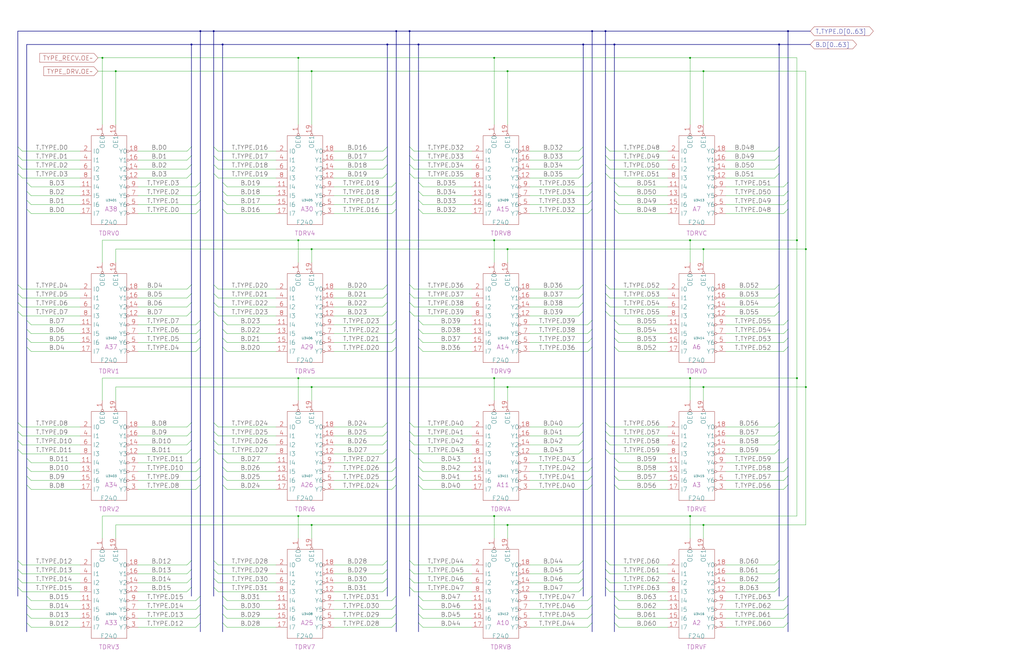
<source format=kicad_sch>
(kicad_sch (version 20250114) (generator "eeschema") (generator_version "9.0")
  (paper "User" 584.2 378.46)
  (title_block (title "TYPE DRIVER AND RECEIVER") (date "15-MAR-90") (rev "1.0") (comment 1 "TYPE") (comment 2 "232-003062") (comment 3 "S400") (comment 4 "RELEASED"))
  (junction (at 393.7 294.64))
  (junction (at 289.56 220.98))
  (junction (at 345.44 17.78))
  (junction (at 289.56 40.64))
  (junction (at 220.98 25.4))
  (junction (at 454.66 137.16))
  (junction (at 459.74 142.24))
  (junction (at 177.8 220.98))
  (junction (at 350.52 25.4))
  (junction (at 121.92 17.78))
  (junction (at 281.94 33.02))
  (junction (at 177.8 142.24))
  (junction (at 449.58 17.78))
  (junction (at 226.06 17.78))
  (junction (at 444.5 25.4))
  (junction (at 281.94 294.64))
  (junction (at 177.8 299.72))
  (junction (at 58.42 33.02))
  (junction (at 281.94 215.9))
  (junction (at 66.04 40.64))
  (junction (at 393.7 137.16))
  (junction (at 337.82 17.78))
  (junction (at 170.18 294.64))
  (junction (at 109.22 25.4))
  (junction (at 393.7 215.9))
  (junction (at 238.76 25.4))
  (junction (at 454.66 215.9))
  (junction (at 401.32 299.72))
  (junction (at 170.18 215.9))
  (junction (at 170.18 137.16))
  (junction (at 127 25.4))
  (junction (at 332.74 25.4))
  (junction (at 177.8 40.64))
  (junction (at 289.56 299.72))
  (junction (at 114.3 17.78))
  (junction (at 170.18 33.02))
  (junction (at 459.74 220.98))
  (junction (at 401.32 220.98))
  (junction (at 401.32 142.24))
  (junction (at 289.56 142.24))
  (junction (at 393.7 33.02))
  (junction (at 401.32 40.64))
  (junction (at 281.94 137.16))
  (junction (at 233.68 17.78))
  (bus_entry (at 127 345.44) (size 2.54 2.54))
  (bus_entry (at 332.74 335.28) (size -2.54 2.54))
  (bus_entry (at 114.3 187.96) (size -2.54 2.54))
  (bus_entry (at 220.98 93.98) (size -2.54 2.54))
  (bus_entry (at 332.74 88.9) (size -2.54 2.54))
  (bus_entry (at 233.68 93.98) (size 2.54 2.54))
  (bus_entry (at 444.5 167.64) (size -2.54 2.54))
  (bus_entry (at 337.82 104.14) (size -2.54 2.54))
  (bus_entry (at 121.92 256.54) (size 2.54 2.54))
  (bus_entry (at 332.74 99.06) (size -2.54 2.54))
  (bus_entry (at 109.22 246.38) (size -2.54 2.54))
  (bus_entry (at 226.06 104.14) (size -2.54 2.54))
  (bus_entry (at 345.44 172.72) (size 2.54 2.54))
  (bus_entry (at 10.16 93.98) (size 2.54 2.54))
  (bus_entry (at 350.52 119.38) (size 2.54 2.54))
  (bus_entry (at 220.98 335.28) (size -2.54 2.54))
  (bus_entry (at 444.5 320.04) (size -2.54 2.54))
  (bus_entry (at 109.22 162.56) (size -2.54 2.54))
  (bus_entry (at 114.3 198.12) (size -2.54 2.54))
  (bus_entry (at 226.06 114.3) (size -2.54 2.54))
  (bus_entry (at 332.74 246.38) (size -2.54 2.54))
  (bus_entry (at 127 350.52) (size 2.54 2.54))
  (bus_entry (at 238.76 340.36) (size 2.54 2.54))
  (bus_entry (at 114.3 114.3) (size -2.54 2.54))
  (bus_entry (at 121.92 167.64) (size 2.54 2.54))
  (bus_entry (at 345.44 83.82) (size 2.54 2.54))
  (bus_entry (at 220.98 167.64) (size -2.54 2.54))
  (bus_entry (at 449.58 350.52) (size -2.54 2.54))
  (bus_entry (at 337.82 350.52) (size -2.54 2.54))
  (bus_entry (at 15.24 350.52) (size 2.54 2.54))
  (bus_entry (at 449.58 198.12) (size -2.54 2.54))
  (bus_entry (at 350.52 276.86) (size 2.54 2.54))
  (bus_entry (at 10.16 88.9) (size 2.54 2.54))
  (bus_entry (at 337.82 198.12) (size -2.54 2.54))
  (bus_entry (at 121.92 162.56) (size 2.54 2.54))
  (bus_entry (at 238.76 350.52) (size 2.54 2.54))
  (bus_entry (at 233.68 335.28) (size 2.54 2.54))
  (bus_entry (at 10.16 325.12) (size 2.54 2.54))
  (bus_entry (at 350.52 182.88) (size 2.54 2.54))
  (bus_entry (at 332.74 83.82) (size -2.54 2.54))
  (bus_entry (at 114.3 109.22) (size -2.54 2.54))
  (bus_entry (at 444.5 256.54) (size -2.54 2.54))
  (bus_entry (at 449.58 266.7) (size -2.54 2.54))
  (bus_entry (at 350.52 198.12) (size 2.54 2.54))
  (bus_entry (at 449.58 104.14) (size -2.54 2.54))
  (bus_entry (at 350.52 355.6) (size 2.54 2.54))
  (bus_entry (at 127 119.38) (size 2.54 2.54))
  (bus_entry (at 238.76 193.04) (size 2.54 2.54))
  (bus_entry (at 10.16 162.56) (size 2.54 2.54))
  (bus_entry (at 238.76 198.12) (size 2.54 2.54))
  (bus_entry (at 350.52 345.44) (size 2.54 2.54))
  (bus_entry (at 10.16 251.46) (size 2.54 2.54))
  (bus_entry (at 350.52 114.3) (size 2.54 2.54))
  (bus_entry (at 127 276.86) (size 2.54 2.54))
  (bus_entry (at 449.58 187.96) (size -2.54 2.54))
  (bus_entry (at 109.22 251.46) (size -2.54 2.54))
  (bus_entry (at 332.74 93.98) (size -2.54 2.54))
  (bus_entry (at 220.98 251.46) (size -2.54 2.54))
  (bus_entry (at 345.44 88.9) (size 2.54 2.54))
  (bus_entry (at 233.68 167.64) (size 2.54 2.54))
  (bus_entry (at 345.44 335.28) (size 2.54 2.54))
  (bus_entry (at 15.24 119.38) (size 2.54 2.54))
  (bus_entry (at 337.82 114.3) (size -2.54 2.54))
  (bus_entry (at 233.68 162.56) (size 2.54 2.54))
  (bus_entry (at 332.74 162.56) (size -2.54 2.54))
  (bus_entry (at 233.68 83.82) (size 2.54 2.54))
  (bus_entry (at 332.74 325.12) (size -2.54 2.54))
  (bus_entry (at 127 182.88) (size 2.54 2.54))
  (bus_entry (at 114.3 104.14) (size -2.54 2.54))
  (bus_entry (at 238.76 276.86) (size 2.54 2.54))
  (bus_entry (at 109.22 83.82) (size -2.54 2.54))
  (bus_entry (at 226.06 350.52) (size -2.54 2.54))
  (bus_entry (at 121.92 177.8) (size 2.54 2.54))
  (bus_entry (at 10.16 320.04) (size 2.54 2.54))
  (bus_entry (at 127 271.78) (size 2.54 2.54))
  (bus_entry (at 449.58 261.62) (size -2.54 2.54))
  (bus_entry (at 238.76 271.78) (size 2.54 2.54))
  (bus_entry (at 226.06 345.44) (size -2.54 2.54))
  (bus_entry (at 220.98 177.8) (size -2.54 2.54))
  (bus_entry (at 10.16 246.38) (size 2.54 2.54))
  (bus_entry (at 10.16 177.8) (size 2.54 2.54))
  (bus_entry (at 114.3 193.04) (size -2.54 2.54))
  (bus_entry (at 114.3 119.38) (size -2.54 2.54))
  (bus_entry (at 233.68 325.12) (size 2.54 2.54))
  (bus_entry (at 233.68 99.06) (size 2.54 2.54))
  (bus_entry (at 127 104.14) (size 2.54 2.54))
  (bus_entry (at 109.22 99.06) (size -2.54 2.54))
  (bus_entry (at 444.5 88.9) (size -2.54 2.54))
  (bus_entry (at 332.74 320.04) (size -2.54 2.54))
  (bus_entry (at 226.06 182.88) (size -2.54 2.54))
  (bus_entry (at 114.3 261.62) (size -2.54 2.54))
  (bus_entry (at 10.16 99.06) (size 2.54 2.54))
  (bus_entry (at 220.98 172.72) (size -2.54 2.54))
  (bus_entry (at 127 355.6) (size 2.54 2.54))
  (bus_entry (at 109.22 256.54) (size -2.54 2.54))
  (bus_entry (at 238.76 266.7) (size 2.54 2.54))
  (bus_entry (at 233.68 256.54) (size 2.54 2.54))
  (bus_entry (at 127 261.62) (size 2.54 2.54))
  (bus_entry (at 444.5 330.2) (size -2.54 2.54))
  (bus_entry (at 449.58 182.88) (size -2.54 2.54))
  (bus_entry (at 10.16 83.82) (size 2.54 2.54))
  (bus_entry (at 345.44 330.2) (size 2.54 2.54))
  (bus_entry (at 444.5 93.98) (size -2.54 2.54))
  (bus_entry (at 345.44 241.3) (size 2.54 2.54))
  (bus_entry (at 121.92 83.82) (size 2.54 2.54))
  (bus_entry (at 15.24 104.14) (size 2.54 2.54))
  (bus_entry (at 226.06 193.04) (size -2.54 2.54))
  (bus_entry (at 345.44 93.98) (size 2.54 2.54))
  (bus_entry (at 444.5 177.8) (size -2.54 2.54))
  (bus_entry (at 10.16 330.2) (size 2.54 2.54))
  (bus_entry (at 233.68 88.9) (size 2.54 2.54))
  (bus_entry (at 109.22 241.3) (size -2.54 2.54))
  (bus_entry (at 10.16 256.54) (size 2.54 2.54))
  (bus_entry (at 220.98 320.04) (size -2.54 2.54))
  (bus_entry (at 350.52 266.7) (size 2.54 2.54))
  (bus_entry (at 345.44 99.06) (size 2.54 2.54))
  (bus_entry (at 127 187.96) (size 2.54 2.54))
  (bus_entry (at 449.58 355.6) (size -2.54 2.54))
  (bus_entry (at 226.06 261.62) (size -2.54 2.54))
  (bus_entry (at 220.98 99.06) (size -2.54 2.54))
  (bus_entry (at 15.24 187.96) (size 2.54 2.54))
  (bus_entry (at 337.82 266.7) (size -2.54 2.54))
  (bus_entry (at 337.82 109.22) (size -2.54 2.54))
  (bus_entry (at 233.68 241.3) (size 2.54 2.54))
  (bus_entry (at 233.68 251.46) (size 2.54 2.54))
  (bus_entry (at 109.22 325.12) (size -2.54 2.54))
  (bus_entry (at 109.22 335.28) (size -2.54 2.54))
  (bus_entry (at 15.24 109.22) (size 2.54 2.54))
  (bus_entry (at 350.52 104.14) (size 2.54 2.54))
  (bus_entry (at 238.76 187.96) (size 2.54 2.54))
  (bus_entry (at 337.82 187.96) (size -2.54 2.54))
  (bus_entry (at 337.82 182.88) (size -2.54 2.54))
  (bus_entry (at 220.98 325.12) (size -2.54 2.54))
  (bus_entry (at 121.92 335.28) (size 2.54 2.54))
  (bus_entry (at 337.82 271.78) (size -2.54 2.54))
  (bus_entry (at 449.58 114.3) (size -2.54 2.54))
  (bus_entry (at 127 266.7) (size 2.54 2.54))
  (bus_entry (at 114.3 340.36) (size -2.54 2.54))
  (bus_entry (at 444.5 241.3) (size -2.54 2.54))
  (bus_entry (at 332.74 172.72) (size -2.54 2.54))
  (bus_entry (at 220.98 83.82) (size -2.54 2.54))
  (bus_entry (at 449.58 276.86) (size -2.54 2.54))
  (bus_entry (at 449.58 340.36) (size -2.54 2.54))
  (bus_entry (at 350.52 261.62) (size 2.54 2.54))
  (bus_entry (at 226.06 355.6) (size -2.54 2.54))
  (bus_entry (at 220.98 88.9) (size -2.54 2.54))
  (bus_entry (at 114.3 355.6) (size -2.54 2.54))
  (bus_entry (at 15.24 198.12) (size 2.54 2.54))
  (bus_entry (at 109.22 320.04) (size -2.54 2.54))
  (bus_entry (at 332.74 251.46) (size -2.54 2.54))
  (bus_entry (at 337.82 261.62) (size -2.54 2.54))
  (bus_entry (at 114.3 266.7) (size -2.54 2.54))
  (bus_entry (at 121.92 251.46) (size 2.54 2.54))
  (bus_entry (at 238.76 345.44) (size 2.54 2.54))
  (bus_entry (at 109.22 172.72) (size -2.54 2.54))
  (bus_entry (at 226.06 276.86) (size -2.54 2.54))
  (bus_entry (at 238.76 109.22) (size 2.54 2.54))
  (bus_entry (at 109.22 88.9) (size -2.54 2.54))
  (bus_entry (at 444.5 246.38) (size -2.54 2.54))
  (bus_entry (at 226.06 119.38) (size -2.54 2.54))
  (bus_entry (at 121.92 246.38) (size 2.54 2.54))
  (bus_entry (at 127 193.04) (size 2.54 2.54))
  (bus_entry (at 449.58 109.22) (size -2.54 2.54))
  (bus_entry (at 444.5 162.56) (size -2.54 2.54))
  (bus_entry (at 10.16 167.64) (size 2.54 2.54))
  (bus_entry (at 109.22 330.2) (size -2.54 2.54))
  (bus_entry (at 449.58 193.04) (size -2.54 2.54))
  (bus_entry (at 337.82 119.38) (size -2.54 2.54))
  (bus_entry (at 238.76 104.14) (size 2.54 2.54))
  (bus_entry (at 121.92 99.06) (size 2.54 2.54))
  (bus_entry (at 15.24 182.88) (size 2.54 2.54))
  (bus_entry (at 337.82 355.6) (size -2.54 2.54))
  (bus_entry (at 15.24 261.62) (size 2.54 2.54))
  (bus_entry (at 449.58 345.44) (size -2.54 2.54))
  (bus_entry (at 121.92 172.72) (size 2.54 2.54))
  (bus_entry (at 337.82 340.36) (size -2.54 2.54))
  (bus_entry (at 15.24 355.6) (size 2.54 2.54))
  (bus_entry (at 10.16 335.28) (size 2.54 2.54))
  (bus_entry (at 238.76 355.6) (size 2.54 2.54))
  (bus_entry (at 15.24 340.36) (size 2.54 2.54))
  (bus_entry (at 15.24 276.86) (size 2.54 2.54))
  (bus_entry (at 233.68 330.2) (size 2.54 2.54))
  (bus_entry (at 345.44 325.12) (size 2.54 2.54))
  (bus_entry (at 226.06 109.22) (size -2.54 2.54))
  (bus_entry (at 10.16 241.3) (size 2.54 2.54))
  (bus_entry (at 238.76 119.38) (size 2.54 2.54))
  (bus_entry (at 345.44 162.56) (size 2.54 2.54))
  (bus_entry (at 220.98 241.3) (size -2.54 2.54))
  (bus_entry (at 350.52 271.78) (size 2.54 2.54))
  (bus_entry (at 114.3 350.52) (size -2.54 2.54))
  (bus_entry (at 114.3 276.86) (size -2.54 2.54))
  (bus_entry (at 332.74 167.64) (size -2.54 2.54))
  (bus_entry (at 350.52 187.96) (size 2.54 2.54))
  (bus_entry (at 444.5 325.12) (size -2.54 2.54))
  (bus_entry (at 109.22 177.8) (size -2.54 2.54))
  (bus_entry (at 220.98 256.54) (size -2.54 2.54))
  (bus_entry (at 226.06 187.96) (size -2.54 2.54))
  (bus_entry (at 114.3 345.44) (size -2.54 2.54))
  (bus_entry (at 233.68 320.04) (size 2.54 2.54))
  (bus_entry (at 226.06 340.36) (size -2.54 2.54))
  (bus_entry (at 220.98 330.2) (size -2.54 2.54))
  (bus_entry (at 444.5 251.46) (size -2.54 2.54))
  (bus_entry (at 121.92 93.98) (size 2.54 2.54))
  (bus_entry (at 449.58 119.38) (size -2.54 2.54))
  (bus_entry (at 350.52 350.52) (size 2.54 2.54))
  (bus_entry (at 127 114.3) (size 2.54 2.54))
  (bus_entry (at 220.98 246.38) (size -2.54 2.54))
  (bus_entry (at 337.82 345.44) (size -2.54 2.54))
  (bus_entry (at 345.44 320.04) (size 2.54 2.54))
  (bus_entry (at 233.68 246.38) (size 2.54 2.54))
  (bus_entry (at 238.76 261.62) (size 2.54 2.54))
  (bus_entry (at 121.92 320.04) (size 2.54 2.54))
  (bus_entry (at 449.58 271.78) (size -2.54 2.54))
  (bus_entry (at 345.44 256.54) (size 2.54 2.54))
  (bus_entry (at 15.24 193.04) (size 2.54 2.54))
  (bus_entry (at 345.44 177.8) (size 2.54 2.54))
  (bus_entry (at 345.44 246.38) (size 2.54 2.54))
  (bus_entry (at 114.3 271.78) (size -2.54 2.54))
  (bus_entry (at 127 340.36) (size 2.54 2.54))
  (bus_entry (at 350.52 193.04) (size 2.54 2.54))
  (bus_entry (at 238.76 182.88) (size 2.54 2.54))
  (bus_entry (at 226.06 198.12) (size -2.54 2.54))
  (bus_entry (at 109.22 167.64) (size -2.54 2.54))
  (bus_entry (at 233.68 172.72) (size 2.54 2.54))
  (bus_entry (at 15.24 114.3) (size 2.54 2.54))
  (bus_entry (at 114.3 182.88) (size -2.54 2.54))
  (bus_entry (at 444.5 335.28) (size -2.54 2.54))
  (bus_entry (at 121.92 241.3) (size 2.54 2.54))
  (bus_entry (at 332.74 241.3) (size -2.54 2.54))
  (bus_entry (at 121.92 88.9) (size 2.54 2.54))
  (bus_entry (at 332.74 330.2) (size -2.54 2.54))
  (bus_entry (at 444.5 172.72) (size -2.54 2.54))
  (bus_entry (at 233.68 177.8) (size 2.54 2.54))
  (bus_entry (at 350.52 109.22) (size 2.54 2.54))
  (bus_entry (at 15.24 266.7) (size 2.54 2.54))
  (bus_entry (at 444.5 99.06) (size -2.54 2.54))
  (bus_entry (at 337.82 276.86) (size -2.54 2.54))
  (bus_entry (at 121.92 330.2) (size 2.54 2.54))
  (bus_entry (at 238.76 114.3) (size 2.54 2.54))
  (bus_entry (at 332.74 177.8) (size -2.54 2.54))
  (bus_entry (at 127 109.22) (size 2.54 2.54))
  (bus_entry (at 350.52 340.36) (size 2.54 2.54))
  (bus_entry (at 15.24 345.44) (size 2.54 2.54))
  (bus_entry (at 121.92 325.12) (size 2.54 2.54))
  (bus_entry (at 345.44 251.46) (size 2.54 2.54))
  (bus_entry (at 226.06 266.7) (size -2.54 2.54))
  (bus_entry (at 444.5 83.82) (size -2.54 2.54))
  (bus_entry (at 332.74 256.54) (size -2.54 2.54))
  (bus_entry (at 226.06 271.78) (size -2.54 2.54))
  (bus_entry (at 220.98 162.56) (size -2.54 2.54))
  (bus_entry (at 127 198.12) (size 2.54 2.54))
  (bus_entry (at 10.16 172.72) (size 2.54 2.54))
  (bus_entry (at 109.22 93.98) (size -2.54 2.54))
  (bus_entry (at 15.24 271.78) (size 2.54 2.54))
  (bus_entry (at 337.82 193.04) (size -2.54 2.54))
  (bus_entry (at 345.44 167.64) (size 2.54 2.54))
  (bus (pts (xy 226.06 17.78) (xy 233.68 17.78)))
  (wire (pts (xy 78.74 185.42) (xy 111.76 185.42)))
  (wire (pts (xy 78.74 86.36) (xy 106.68 86.36)))
  (wire (pts (xy 302.26 332.74) (xy 330.2 332.74)))
  (wire (pts (xy 302.26 106.68) (xy 335.28 106.68)))
  (wire (pts (xy 353.06 347.98) (xy 381 347.98)))
  (wire (pts (xy 236.22 91.44) (xy 269.24 91.44)))
  (wire (pts (xy 302.26 101.6) (xy 330.2 101.6)))
  (bus (pts (xy 121.92 99.06) (xy 121.92 162.56)))
  (wire (pts (xy 414.02 111.76) (xy 447.04 111.76)))
  (wire (pts (xy 414.02 185.42) (xy 447.04 185.42)))
  (bus (pts (xy 444.5 251.46) (xy 444.5 256.54)))
  (bus (pts (xy 220.98 93.98) (xy 220.98 99.06)))
  (bus (pts (xy 109.22 172.72) (xy 109.22 177.8)))
  (bus (pts (xy 127 340.36) (xy 127 345.44)))
  (bus (pts (xy 345.44 172.72) (xy 345.44 177.8)))
  (bus (pts (xy 332.74 162.56) (xy 332.74 167.64)))
  (wire (pts (xy 177.8 220.98) (xy 289.56 220.98)))
  (bus (pts (xy 449.58 182.88) (xy 449.58 187.96)))
  (wire (pts (xy 170.18 294.64) (xy 58.42 294.64)))
  (bus (pts (xy 449.58 198.12) (xy 449.58 261.62)))
  (wire (pts (xy 454.66 33.02) (xy 454.66 137.16)))
  (wire (pts (xy 129.54 264.16) (xy 157.48 264.16)))
  (wire (pts (xy 58.42 215.9) (xy 58.42 228.6)))
  (bus (pts (xy 226.06 261.62) (xy 226.06 266.7)))
  (wire (pts (xy 302.26 180.34) (xy 330.2 180.34)))
  (wire (pts (xy 78.74 327.66) (xy 106.68 327.66)))
  (wire (pts (xy 78.74 274.32) (xy 111.76 274.32)))
  (bus (pts (xy 345.44 162.56) (xy 345.44 167.64)))
  (wire (pts (xy 78.74 116.84) (xy 111.76 116.84)))
  (bus (pts (xy 226.06 266.7) (xy 226.06 271.78)))
  (wire (pts (xy 347.98 175.26) (xy 381 175.26)))
  (wire (pts (xy 347.98 86.36) (xy 381 86.36)))
  (bus (pts (xy 127 193.04) (xy 127 198.12)))
  (bus (pts (xy 444.5 335.28) (xy 444.5 340.36)))
  (wire (pts (xy 17.78 116.84) (xy 45.72 116.84)))
  (bus (pts (xy 109.22 93.98) (xy 109.22 99.06)))
  (wire (pts (xy 124.46 327.66) (xy 157.48 327.66)))
  (bus (pts (xy 332.74 88.9) (xy 332.74 93.98)))
  (wire (pts (xy 12.7 259.08) (xy 45.72 259.08)))
  (wire (pts (xy 347.98 101.6) (xy 381 101.6)))
  (wire (pts (xy 454.66 294.64) (xy 393.7 294.64)))
  (bus (pts (xy 449.58 271.78) (xy 449.58 276.86)))
  (bus (pts (xy 345.44 241.3) (xy 345.44 246.38)))
  (wire (pts (xy 414.02 101.6) (xy 441.96 101.6)))
  (wire (pts (xy 55.88 33.02) (xy 58.42 33.02)))
  (wire (pts (xy 281.94 215.9) (xy 281.94 228.6)))
  (bus (pts (xy 337.82 17.78) (xy 345.44 17.78)))
  (bus (pts (xy 350.52 193.04) (xy 350.52 198.12)))
  (wire (pts (xy 393.7 215.9) (xy 454.66 215.9)))
  (wire (pts (xy 302.26 165.1) (xy 330.2 165.1)))
  (wire (pts (xy 241.3 264.16) (xy 269.24 264.16)))
  (wire (pts (xy 302.26 259.08) (xy 330.2 259.08)))
  (bus (pts (xy 109.22 320.04) (xy 109.22 325.12)))
  (wire (pts (xy 78.74 91.44) (xy 106.68 91.44)))
  (wire (pts (xy 129.54 269.24) (xy 157.48 269.24)))
  (bus (pts (xy 121.92 325.12) (xy 121.92 330.2)))
  (bus (pts (xy 449.58 350.52) (xy 449.58 355.6)))
  (bus (pts (xy 233.68 251.46) (xy 233.68 256.54)))
  (wire (pts (xy 129.54 106.68) (xy 157.48 106.68)))
  (wire (pts (xy 302.26 86.36) (xy 330.2 86.36)))
  (bus (pts (xy 444.5 172.72) (xy 444.5 177.8)))
  (bus (pts (xy 114.3 193.04) (xy 114.3 198.12)))
  (bus (pts (xy 337.82 340.36) (xy 337.82 345.44)))
  (bus (pts (xy 10.16 17.78) (xy 114.3 17.78)))
  (wire (pts (xy 459.74 142.24) (xy 459.74 220.98)))
  (wire (pts (xy 401.32 142.24) (xy 459.74 142.24)))
  (wire (pts (xy 241.3 106.68) (xy 269.24 106.68)))
  (wire (pts (xy 414.02 248.92) (xy 441.96 248.92)))
  (wire (pts (xy 236.22 254) (xy 269.24 254)))
  (bus (pts (xy 127 350.52) (xy 127 355.6)))
  (wire (pts (xy 281.94 33.02) (xy 393.7 33.02)))
  (bus (pts (xy 10.16 88.9) (xy 10.16 93.98)))
  (bus (pts (xy 233.68 83.82) (xy 233.68 88.9)))
  (bus (pts (xy 121.92 177.8) (xy 121.92 241.3)))
  (wire (pts (xy 241.3 279.4) (xy 269.24 279.4)))
  (bus (pts (xy 350.52 104.14) (xy 350.52 109.22)))
  (wire (pts (xy 236.22 175.26) (xy 269.24 175.26)))
  (wire (pts (xy 459.74 299.72) (xy 401.32 299.72)))
  (bus (pts (xy 15.24 350.52) (xy 15.24 355.6)))
  (wire (pts (xy 190.5 96.52) (xy 218.44 96.52)))
  (bus (pts (xy 449.58 119.38) (xy 449.58 182.88)))
  (bus (pts (xy 350.52 261.62) (xy 350.52 266.7)))
  (wire (pts (xy 414.02 254) (xy 441.96 254)))
  (wire (pts (xy 129.54 185.42) (xy 157.48 185.42)))
  (bus (pts (xy 449.58 17.78) (xy 462.28 17.78)))
  (wire (pts (xy 12.7 165.1) (xy 45.72 165.1)))
  (bus (pts (xy 15.24 114.3) (xy 15.24 119.38)))
  (wire (pts (xy 414.02 170.18) (xy 441.96 170.18)))
  (wire (pts (xy 190.5 121.92) (xy 223.52 121.92)))
  (bus (pts (xy 238.76 109.22) (xy 238.76 114.3)))
  (bus (pts (xy 10.16 246.38) (xy 10.16 251.46)))
  (bus (pts (xy 109.22 330.2) (xy 109.22 335.28)))
  (bus (pts (xy 444.5 177.8) (xy 444.5 241.3)))
  (bus (pts (xy 444.5 162.56) (xy 444.5 167.64)))
  (wire (pts (xy 17.78 279.4) (xy 45.72 279.4)))
  (bus (pts (xy 332.74 167.64) (xy 332.74 172.72)))
  (bus (pts (xy 114.3 114.3) (xy 114.3 119.38)))
  (bus (pts (xy 15.24 355.6) (xy 15.24 360.68)))
  (bus (pts (xy 226.06 104.14) (xy 226.06 109.22)))
  (wire (pts (xy 302.26 91.44) (xy 330.2 91.44)))
  (bus (pts (xy 15.24 198.12) (xy 15.24 261.62)))
  (wire (pts (xy 401.32 299.72) (xy 401.32 307.34)))
  (bus (pts (xy 238.76 104.14) (xy 238.76 109.22)))
  (bus (pts (xy 226.06 198.12) (xy 226.06 261.62)))
  (bus (pts (xy 226.06 17.78) (xy 226.06 104.14)))
  (bus (pts (xy 233.68 241.3) (xy 233.68 246.38)))
  (wire (pts (xy 170.18 215.9) (xy 281.94 215.9)))
  (wire (pts (xy 66.04 220.98) (xy 66.04 228.6)))
  (wire (pts (xy 347.98 180.34) (xy 381 180.34)))
  (bus (pts (xy 233.68 330.2) (xy 233.68 335.28)))
  (wire (pts (xy 129.54 121.92) (xy 157.48 121.92)))
  (wire (pts (xy 393.7 294.64) (xy 281.94 294.64)))
  (bus (pts (xy 444.5 256.54) (xy 444.5 320.04)))
  (wire (pts (xy 353.06 342.9) (xy 381 342.9)))
  (bus (pts (xy 233.68 177.8) (xy 233.68 241.3)))
  (bus (pts (xy 121.92 251.46) (xy 121.92 256.54)))
  (wire (pts (xy 236.22 327.66) (xy 269.24 327.66)))
  (bus (pts (xy 121.92 172.72) (xy 121.92 177.8)))
  (wire (pts (xy 241.3 200.66) (xy 269.24 200.66)))
  (wire (pts (xy 190.5 353.06) (xy 223.52 353.06)))
  (wire (pts (xy 12.7 175.26) (xy 45.72 175.26)))
  (bus (pts (xy 449.58 114.3) (xy 449.58 119.38)))
  (wire (pts (xy 129.54 195.58) (xy 157.48 195.58)))
  (bus (pts (xy 449.58 266.7) (xy 449.58 271.78)))
  (wire (pts (xy 124.46 332.74) (xy 157.48 332.74)))
  (wire (pts (xy 190.5 106.68) (xy 223.52 106.68)))
  (wire (pts (xy 302.26 200.66) (xy 335.28 200.66)))
  (wire (pts (xy 414.02 332.74) (xy 441.96 332.74)))
  (wire (pts (xy 129.54 274.32) (xy 157.48 274.32)))
  (wire (pts (xy 302.26 96.52) (xy 330.2 96.52)))
  (bus (pts (xy 220.98 241.3) (xy 220.98 246.38)))
  (wire (pts (xy 66.04 40.64) (xy 177.8 40.64)))
  (wire (pts (xy 124.46 322.58) (xy 157.48 322.58)))
  (bus (pts (xy 444.5 325.12) (xy 444.5 330.2)))
  (wire (pts (xy 236.22 165.1) (xy 269.24 165.1)))
  (bus (pts (xy 121.92 335.28) (xy 121.92 340.36)))
  (wire (pts (xy 241.3 347.98) (xy 269.24 347.98)))
  (wire (pts (xy 190.5 175.26) (xy 218.44 175.26)))
  (bus (pts (xy 15.24 119.38) (xy 15.24 182.88)))
  (bus (pts (xy 238.76 350.52) (xy 238.76 355.6)))
  (wire (pts (xy 190.5 185.42) (xy 223.52 185.42)))
  (wire (pts (xy 353.06 190.5) (xy 381 190.5)))
  (wire (pts (xy 241.3 195.58) (xy 269.24 195.58)))
  (bus (pts (xy 15.24 340.36) (xy 15.24 345.44)))
  (bus (pts (xy 226.06 187.96) (xy 226.06 193.04)))
  (wire (pts (xy 289.56 142.24) (xy 289.56 149.86)))
  (wire (pts (xy 289.56 299.72) (xy 177.8 299.72)))
  (wire (pts (xy 281.94 137.16) (xy 393.7 137.16)))
  (wire (pts (xy 459.74 220.98) (xy 459.74 299.72)))
  (wire (pts (xy 347.98 254) (xy 381 254)))
  (wire (pts (xy 190.5 243.84) (xy 218.44 243.84)))
  (bus (pts (xy 337.82 182.88) (xy 337.82 187.96)))
  (bus (pts (xy 127 109.22) (xy 127 114.3)))
  (bus (pts (xy 114.3 355.6) (xy 114.3 360.68)))
  (wire (pts (xy 12.7 91.44) (xy 45.72 91.44)))
  (wire (pts (xy 129.54 353.06) (xy 157.48 353.06)))
  (bus (pts (xy 226.06 355.6) (xy 226.06 360.68)))
  (wire (pts (xy 414.02 106.68) (xy 447.04 106.68)))
  (wire (pts (xy 393.7 215.9) (xy 393.7 228.6)))
  (wire (pts (xy 124.46 101.6) (xy 157.48 101.6)))
  (bus (pts (xy 444.5 320.04) (xy 444.5 325.12)))
  (wire (pts (xy 170.18 33.02) (xy 170.18 71.12)))
  (wire (pts (xy 124.46 91.44) (xy 157.48 91.44)))
  (bus (pts (xy 345.44 330.2) (xy 345.44 335.28)))
  (bus (pts (xy 337.82 261.62) (xy 337.82 266.7)))
  (bus (pts (xy 10.16 162.56) (xy 10.16 167.64)))
  (bus (pts (xy 345.44 17.78) (xy 449.58 17.78)))
  (bus (pts (xy 114.3 187.96) (xy 114.3 193.04)))
  (wire (pts (xy 302.26 279.4) (xy 335.28 279.4)))
  (wire (pts (xy 347.98 170.18) (xy 381 170.18)))
  (wire (pts (xy 414.02 86.36) (xy 441.96 86.36)))
  (bus (pts (xy 10.16 167.64) (xy 10.16 172.72)))
  (bus (pts (xy 337.82 276.86) (xy 337.82 340.36)))
  (wire (pts (xy 66.04 299.72) (xy 66.04 307.34)))
  (wire (pts (xy 414.02 165.1) (xy 441.96 165.1)))
  (bus (pts (xy 449.58 17.78) (xy 449.58 104.14)))
  (bus (pts (xy 226.06 345.44) (xy 226.06 350.52)))
  (wire (pts (xy 393.7 33.02) (xy 393.7 71.12)))
  (bus (pts (xy 332.74 25.4) (xy 350.52 25.4)))
  (bus (pts (xy 449.58 340.36) (xy 449.58 345.44)))
  (bus (pts (xy 238.76 25.4) (xy 238.76 104.14)))
  (wire (pts (xy 190.5 116.84) (xy 223.52 116.84)))
  (wire (pts (xy 353.06 195.58) (xy 381 195.58)))
  (bus (pts (xy 127 345.44) (xy 127 350.52)))
  (bus (pts (xy 114.3 109.22) (xy 114.3 114.3)))
  (bus (pts (xy 114.3 345.44) (xy 114.3 350.52)))
  (bus (pts (xy 332.74 246.38) (xy 332.74 251.46)))
  (wire (pts (xy 241.3 269.24) (xy 269.24 269.24)))
  (bus (pts (xy 121.92 256.54) (xy 121.92 320.04)))
  (wire (pts (xy 78.74 264.16) (xy 111.76 264.16)))
  (wire (pts (xy 459.74 40.64) (xy 459.74 142.24)))
  (bus (pts (xy 345.44 83.82) (xy 345.44 88.9)))
  (wire (pts (xy 78.74 332.74) (xy 106.68 332.74)))
  (wire (pts (xy 414.02 337.82) (xy 441.96 337.82)))
  (bus (pts (xy 10.16 241.3) (xy 10.16 246.38)))
  (wire (pts (xy 241.3 353.06) (xy 269.24 353.06)))
  (wire (pts (xy 78.74 175.26) (xy 106.68 175.26)))
  (bus (pts (xy 109.22 325.12) (xy 109.22 330.2)))
  (wire (pts (xy 17.78 195.58) (xy 45.72 195.58)))
  (wire (pts (xy 190.5 91.44) (xy 218.44 91.44)))
  (bus (pts (xy 350.52 25.4) (xy 350.52 104.14)))
  (bus (pts (xy 220.98 320.04) (xy 220.98 325.12)))
  (wire (pts (xy 78.74 342.9) (xy 111.76 342.9)))
  (wire (pts (xy 353.06 264.16) (xy 381 264.16)))
  (bus (pts (xy 444.5 246.38) (xy 444.5 251.46)))
  (bus (pts (xy 114.3 104.14) (xy 114.3 109.22)))
  (bus (pts (xy 238.76 355.6) (xy 238.76 360.68)))
  (wire (pts (xy 58.42 137.16) (xy 58.42 149.86)))
  (bus (pts (xy 337.82 193.04) (xy 337.82 198.12)))
  (wire (pts (xy 401.32 220.98) (xy 401.32 228.6)))
  (bus (pts (xy 220.98 172.72) (xy 220.98 177.8)))
  (wire (pts (xy 289.56 220.98) (xy 289.56 228.6)))
  (bus (pts (xy 233.68 17.78) (xy 233.68 83.82)))
  (bus (pts (xy 10.16 330.2) (xy 10.16 335.28)))
  (wire (pts (xy 401.32 40.64) (xy 401.32 71.12)))
  (bus (pts (xy 350.52 198.12) (xy 350.52 261.62)))
  (bus (pts (xy 220.98 88.9) (xy 220.98 93.98)))
  (bus (pts (xy 332.74 93.98) (xy 332.74 99.06)))
  (wire (pts (xy 17.78 353.06) (xy 45.72 353.06)))
  (wire (pts (xy 190.5 264.16) (xy 223.52 264.16)))
  (wire (pts (xy 124.46 86.36) (xy 157.48 86.36)))
  (wire (pts (xy 353.06 274.32) (xy 381 274.32)))
  (wire (pts (xy 353.06 106.68) (xy 381 106.68)))
  (bus (pts (xy 114.3 266.7) (xy 114.3 271.78)))
  (bus (pts (xy 15.24 271.78) (xy 15.24 276.86)))
  (wire (pts (xy 414.02 121.92) (xy 447.04 121.92)))
  (wire (pts (xy 236.22 337.82) (xy 269.24 337.82)))
  (wire (pts (xy 414.02 116.84) (xy 447.04 116.84)))
  (wire (pts (xy 414.02 358.14) (xy 447.04 358.14)))
  (bus (pts (xy 226.06 193.04) (xy 226.06 198.12)))
  (bus (pts (xy 121.92 162.56) (xy 121.92 167.64)))
  (wire (pts (xy 454.66 137.16) (xy 454.66 215.9)))
  (wire (pts (xy 190.5 200.66) (xy 223.52 200.66)))
  (bus (pts (xy 332.74 177.8) (xy 332.74 241.3)))
  (wire (pts (xy 414.02 274.32) (xy 447.04 274.32)))
  (wire (pts (xy 190.5 195.58) (xy 223.52 195.58)))
  (bus (pts (xy 449.58 109.22) (xy 449.58 114.3)))
  (bus (pts (xy 121.92 83.82) (xy 121.92 88.9)))
  (bus (pts (xy 233.68 17.78) (xy 337.82 17.78)))
  (bus (pts (xy 332.74 251.46) (xy 332.74 256.54)))
  (bus (pts (xy 15.24 104.14) (xy 15.24 109.22)))
  (bus (pts (xy 233.68 246.38) (xy 233.68 251.46)))
  (bus (pts (xy 350.52 355.6) (xy 350.52 360.68)))
  (bus (pts (xy 238.76 25.4) (xy 332.74 25.4)))
  (wire (pts (xy 78.74 190.5) (xy 111.76 190.5)))
  (bus (pts (xy 220.98 167.64) (xy 220.98 172.72)))
  (bus (pts (xy 332.74 172.72) (xy 332.74 177.8)))
  (bus (pts (xy 226.06 271.78) (xy 226.06 276.86)))
  (wire (pts (xy 302.26 195.58) (xy 335.28 195.58)))
  (bus (pts (xy 233.68 88.9) (xy 233.68 93.98)))
  (bus (pts (xy 220.98 177.8) (xy 220.98 241.3)))
  (wire (pts (xy 190.5 322.58) (xy 218.44 322.58)))
  (wire (pts (xy 281.94 137.16) (xy 281.94 149.86)))
  (wire (pts (xy 66.04 142.24) (xy 66.04 149.86)))
  (wire (pts (xy 414.02 190.5) (xy 447.04 190.5)))
  (wire (pts (xy 302.26 248.92) (xy 330.2 248.92)))
  (bus (pts (xy 444.5 25.4) (xy 462.28 25.4)))
  (bus (pts (xy 121.92 88.9) (xy 121.92 93.98)))
  (bus (pts (xy 127 198.12) (xy 127 261.62)))
  (wire (pts (xy 393.7 294.64) (xy 393.7 307.34)))
  (bus (pts (xy 332.74 99.06) (xy 332.74 162.56)))
  (bus (pts (xy 449.58 261.62) (xy 449.58 266.7)))
  (wire (pts (xy 124.46 170.18) (xy 157.48 170.18)))
  (wire (pts (xy 347.98 332.74) (xy 381 332.74)))
  (wire (pts (xy 241.3 342.9) (xy 269.24 342.9)))
  (wire (pts (xy 241.3 274.32) (xy 269.24 274.32)))
  (wire (pts (xy 302.26 254) (xy 330.2 254)))
  (bus (pts (xy 345.44 88.9) (xy 345.44 93.98)))
  (wire (pts (xy 129.54 358.14) (xy 157.48 358.14)))
  (bus (pts (xy 238.76 266.7) (xy 238.76 271.78)))
  (wire (pts (xy 17.78 347.98) (xy 45.72 347.98)))
  (wire (pts (xy 302.26 342.9) (xy 335.28 342.9)))
  (wire (pts (xy 12.7 322.58) (xy 45.72 322.58)))
  (wire (pts (xy 78.74 358.14) (xy 111.76 358.14)))
  (bus (pts (xy 238.76 271.78) (xy 238.76 276.86)))
  (wire (pts (xy 78.74 121.92) (xy 111.76 121.92)))
  (wire (pts (xy 66.04 220.98) (xy 177.8 220.98)))
  (bus (pts (xy 109.22 256.54) (xy 109.22 320.04)))
  (wire (pts (xy 302.26 190.5) (xy 335.28 190.5)))
  (wire (pts (xy 58.42 33.02) (xy 170.18 33.02)))
  (bus (pts (xy 15.24 187.96) (xy 15.24 193.04)))
  (wire (pts (xy 401.32 40.64) (xy 459.74 40.64)))
  (bus (pts (xy 121.92 246.38) (xy 121.92 251.46)))
  (wire (pts (xy 190.5 269.24) (xy 223.52 269.24)))
  (bus (pts (xy 332.74 320.04) (xy 332.74 325.12)))
  (bus (pts (xy 233.68 256.54) (xy 233.68 320.04)))
  (wire (pts (xy 401.32 299.72) (xy 289.56 299.72)))
  (wire (pts (xy 353.06 279.4) (xy 381 279.4)))
  (bus (pts (xy 220.98 25.4) (xy 238.76 25.4)))
  (bus (pts (xy 127 25.4) (xy 220.98 25.4)))
  (bus (pts (xy 109.22 167.64) (xy 109.22 172.72)))
  (wire (pts (xy 190.5 248.92) (xy 218.44 248.92)))
  (wire (pts (xy 17.78 358.14) (xy 45.72 358.14)))
  (bus (pts (xy 127 182.88) (xy 127 187.96)))
  (bus (pts (xy 233.68 335.28) (xy 233.68 340.36)))
  (bus (pts (xy 121.92 330.2) (xy 121.92 335.28)))
  (bus (pts (xy 114.3 198.12) (xy 114.3 261.62)))
  (bus (pts (xy 350.52 340.36) (xy 350.52 345.44)))
  (bus (pts (xy 345.44 99.06) (xy 345.44 162.56)))
  (wire (pts (xy 414.02 243.84) (xy 441.96 243.84)))
  (wire (pts (xy 353.06 111.76) (xy 381 111.76)))
  (bus (pts (xy 350.52 276.86) (xy 350.52 340.36)))
  (bus (pts (xy 345.44 320.04) (xy 345.44 325.12)))
  (wire (pts (xy 55.88 40.64) (xy 66.04 40.64)))
  (wire (pts (xy 347.98 248.92) (xy 381 248.92)))
  (bus (pts (xy 10.16 99.06) (xy 10.16 162.56)))
  (wire (pts (xy 289.56 40.64) (xy 401.32 40.64)))
  (wire (pts (xy 414.02 195.58) (xy 447.04 195.58)))
  (bus (pts (xy 226.06 119.38) (xy 226.06 182.88)))
  (wire (pts (xy 302.26 327.66) (xy 330.2 327.66)))
  (wire (pts (xy 236.22 248.92) (xy 269.24 248.92)))
  (wire (pts (xy 177.8 220.98) (xy 177.8 228.6)))
  (bus (pts (xy 220.98 162.56) (xy 220.98 167.64)))
  (bus (pts (xy 10.16 256.54) (xy 10.16 320.04)))
  (bus (pts (xy 127 119.38) (xy 127 182.88)))
  (bus (pts (xy 238.76 198.12) (xy 238.76 261.62)))
  (wire (pts (xy 170.18 294.64) (xy 170.18 307.34)))
  (wire (pts (xy 124.46 96.52) (xy 157.48 96.52)))
  (bus (pts (xy 109.22 335.28) (xy 109.22 340.36)))
  (bus (pts (xy 121.92 17.78) (xy 226.06 17.78)))
  (bus (pts (xy 15.24 182.88) (xy 15.24 187.96)))
  (wire (pts (xy 177.8 299.72) (xy 66.04 299.72)))
  (bus (pts (xy 238.76 182.88) (xy 238.76 187.96)))
  (bus (pts (xy 345.44 177.8) (xy 345.44 241.3)))
  (wire (pts (xy 177.8 40.64) (xy 289.56 40.64)))
  (wire (pts (xy 17.78 185.42) (xy 45.72 185.42)))
  (wire (pts (xy 124.46 259.08) (xy 157.48 259.08)))
  (wire (pts (xy 177.8 40.64) (xy 177.8 71.12)))
  (wire (pts (xy 281.94 33.02) (xy 281.94 71.12)))
  (bus (pts (xy 114.3 119.38) (xy 114.3 182.88)))
  (bus (pts (xy 233.68 93.98) (xy 233.68 99.06)))
  (wire (pts (xy 353.06 353.06) (xy 381 353.06)))
  (bus (pts (xy 226.06 109.22) (xy 226.06 114.3)))
  (wire (pts (xy 124.46 180.34) (xy 157.48 180.34)))
  (wire (pts (xy 302.26 264.16) (xy 335.28 264.16)))
  (wire (pts (xy 414.02 279.4) (xy 447.04 279.4)))
  (wire (pts (xy 236.22 322.58) (xy 269.24 322.58)))
  (wire (pts (xy 129.54 342.9) (xy 157.48 342.9)))
  (wire (pts (xy 124.46 337.82) (xy 157.48 337.82)))
  (wire (pts (xy 190.5 101.6) (xy 218.44 101.6)))
  (wire (pts (xy 12.7 248.92) (xy 45.72 248.92)))
  (wire (pts (xy 66.04 40.64) (xy 66.04 71.12)))
  (bus (pts (xy 444.5 241.3) (xy 444.5 246.38)))
  (bus (pts (xy 10.16 17.78) (xy 10.16 83.82)))
  (wire (pts (xy 17.78 274.32) (xy 45.72 274.32)))
  (bus (pts (xy 15.24 345.44) (xy 15.24 350.52)))
  (wire (pts (xy 17.78 121.92) (xy 45.72 121.92)))
  (bus (pts (xy 220.98 335.28) (xy 220.98 340.36)))
  (wire (pts (xy 302.26 121.92) (xy 335.28 121.92)))
  (wire (pts (xy 302.26 337.82) (xy 330.2 337.82)))
  (bus (pts (xy 10.16 335.28) (xy 10.16 340.36)))
  (bus (pts (xy 345.44 167.64) (xy 345.44 172.72)))
  (bus (pts (xy 109.22 99.06) (xy 109.22 162.56)))
  (wire (pts (xy 241.3 185.42) (xy 269.24 185.42)))
  (bus (pts (xy 15.24 25.4) (xy 15.24 104.14)))
  (wire (pts (xy 236.22 180.34) (xy 269.24 180.34)))
  (bus (pts (xy 226.06 182.88) (xy 226.06 187.96)))
  (bus (pts (xy 337.82 198.12) (xy 337.82 261.62)))
  (bus (pts (xy 350.52 266.7) (xy 350.52 271.78)))
  (wire (pts (xy 78.74 259.08) (xy 106.68 259.08)))
  (bus (pts (xy 449.58 104.14) (xy 449.58 109.22)))
  (wire (pts (xy 414.02 175.26) (xy 441.96 175.26)))
  (wire (pts (xy 124.46 243.84) (xy 157.48 243.84)))
  (wire (pts (xy 414.02 264.16) (xy 447.04 264.16)))
  (bus (pts (xy 226.06 340.36) (xy 226.06 345.44)))
  (bus (pts (xy 449.58 193.04) (xy 449.58 198.12)))
  (bus (pts (xy 226.06 114.3) (xy 226.06 119.38)))
  (wire (pts (xy 17.78 200.66) (xy 45.72 200.66)))
  (wire (pts (xy 241.3 358.14) (xy 269.24 358.14)))
  (wire (pts (xy 401.32 142.24) (xy 401.32 149.86)))
  (wire (pts (xy 78.74 101.6) (xy 106.68 101.6)))
  (wire (pts (xy 78.74 248.92) (xy 106.68 248.92)))
  (bus (pts (xy 350.52 114.3) (xy 350.52 119.38)))
  (wire (pts (xy 353.06 185.42) (xy 381 185.42)))
  (bus (pts (xy 238.76 119.38) (xy 238.76 182.88)))
  (wire (pts (xy 129.54 116.84) (xy 157.48 116.84)))
  (wire (pts (xy 190.5 342.9) (xy 223.52 342.9)))
  (bus (pts (xy 220.98 99.06) (xy 220.98 162.56)))
  (wire (pts (xy 17.78 264.16) (xy 45.72 264.16)))
  (bus (pts (xy 233.68 320.04) (xy 233.68 325.12)))
  (wire (pts (xy 177.8 142.24) (xy 177.8 149.86)))
  (wire (pts (xy 78.74 337.82) (xy 106.68 337.82)))
  (bus (pts (xy 127 114.3) (xy 127 119.38)))
  (bus (pts (xy 444.5 83.82) (xy 444.5 88.9)))
  (wire (pts (xy 414.02 327.66) (xy 441.96 327.66)))
  (bus (pts (xy 109.22 25.4) (xy 109.22 83.82)))
  (wire (pts (xy 78.74 353.06) (xy 111.76 353.06)))
  (wire (pts (xy 236.22 332.74) (xy 269.24 332.74)))
  (wire (pts (xy 78.74 200.66) (xy 111.76 200.66)))
  (wire (pts (xy 347.98 327.66) (xy 381 327.66)))
  (wire (pts (xy 353.06 269.24) (xy 381 269.24)))
  (bus (pts (xy 226.06 350.52) (xy 226.06 355.6)))
  (bus (pts (xy 345.44 246.38) (xy 345.44 251.46)))
  (bus (pts (xy 226.06 276.86) (xy 226.06 340.36)))
  (bus (pts (xy 10.16 93.98) (xy 10.16 99.06)))
  (bus (pts (xy 15.24 109.22) (xy 15.24 114.3)))
  (bus (pts (xy 233.68 167.64) (xy 233.68 172.72)))
  (bus (pts (xy 114.3 340.36) (xy 114.3 345.44)))
  (wire (pts (xy 78.74 111.76) (xy 111.76 111.76)))
  (bus (pts (xy 127 25.4) (xy 127 104.14)))
  (bus (pts (xy 233.68 172.72) (xy 233.68 177.8)))
  (wire (pts (xy 190.5 347.98) (xy 223.52 347.98)))
  (wire (pts (xy 190.5 111.76) (xy 223.52 111.76)))
  (bus (pts (xy 121.92 241.3) (xy 121.92 246.38)))
  (wire (pts (xy 78.74 180.34) (xy 106.68 180.34)))
  (wire (pts (xy 58.42 294.64) (xy 58.42 307.34)))
  (wire (pts (xy 236.22 243.84) (xy 269.24 243.84)))
  (bus (pts (xy 220.98 83.82) (xy 220.98 88.9)))
  (wire (pts (xy 78.74 96.52) (xy 106.68 96.52)))
  (bus (pts (xy 109.22 25.4) (xy 127 25.4)))
  (wire (pts (xy 353.06 116.84) (xy 381 116.84)))
  (bus (pts (xy 350.52 25.4) (xy 444.5 25.4)))
  (wire (pts (xy 129.54 200.66) (xy 157.48 200.66)))
  (wire (pts (xy 12.7 332.74) (xy 45.72 332.74)))
  (bus (pts (xy 15.24 266.7) (xy 15.24 271.78)))
  (bus (pts (xy 350.52 345.44) (xy 350.52 350.52)))
  (bus (pts (xy 10.16 83.82) (xy 10.16 88.9)))
  (wire (pts (xy 124.46 165.1) (xy 157.48 165.1)))
  (bus (pts (xy 220.98 25.4) (xy 220.98 83.82)))
  (wire (pts (xy 12.7 327.66) (xy 45.72 327.66)))
  (wire (pts (xy 302.26 111.76) (xy 335.28 111.76)))
  (bus (pts (xy 15.24 25.4) (xy 109.22 25.4)))
  (bus (pts (xy 345.44 325.12) (xy 345.44 330.2)))
  (wire (pts (xy 190.5 190.5) (xy 223.52 190.5)))
  (bus (pts (xy 449.58 355.6) (xy 449.58 360.68)))
  (wire (pts (xy 12.7 254) (xy 45.72 254)))
  (wire (pts (xy 12.7 86.36) (xy 45.72 86.36)))
  (wire (pts (xy 190.5 279.4) (xy 223.52 279.4)))
  (wire (pts (xy 281.94 294.64) (xy 170.18 294.64)))
  (wire (pts (xy 347.98 337.82) (xy 381 337.82)))
  (bus (pts (xy 345.44 93.98) (xy 345.44 99.06)))
  (bus (pts (xy 238.76 345.44) (xy 238.76 350.52)))
  (bus (pts (xy 109.22 251.46) (xy 109.22 256.54)))
  (wire (pts (xy 58.42 137.16) (xy 170.18 137.16)))
  (wire (pts (xy 17.78 190.5) (xy 45.72 190.5)))
  (bus (pts (xy 15.24 261.62) (xy 15.24 266.7)))
  (wire (pts (xy 236.22 96.52) (xy 269.24 96.52)))
  (wire (pts (xy 129.54 279.4) (xy 157.48 279.4)))
  (bus (pts (xy 350.52 271.78) (xy 350.52 276.86)))
  (wire (pts (xy 347.98 322.58) (xy 381 322.58)))
  (wire (pts (xy 58.42 215.9) (xy 170.18 215.9)))
  (bus (pts (xy 449.58 276.86) (xy 449.58 340.36)))
  (wire (pts (xy 17.78 269.24) (xy 45.72 269.24)))
  (bus (pts (xy 337.82 271.78) (xy 337.82 276.86)))
  (bus (pts (xy 345.44 256.54) (xy 345.44 320.04)))
  (wire (pts (xy 414.02 269.24) (xy 447.04 269.24)))
  (bus (pts (xy 345.44 17.78) (xy 345.44 83.82)))
  (wire (pts (xy 17.78 111.76) (xy 45.72 111.76)))
  (wire (pts (xy 190.5 86.36) (xy 218.44 86.36)))
  (bus (pts (xy 449.58 345.44) (xy 449.58 350.52)))
  (bus (pts (xy 10.16 177.8) (xy 10.16 241.3)))
  (bus (pts (xy 337.82 109.22) (xy 337.82 114.3)))
  (bus (pts (xy 114.3 182.88) (xy 114.3 187.96)))
  (wire (pts (xy 289.56 40.64) (xy 289.56 71.12)))
  (wire (pts (xy 124.46 248.92) (xy 157.48 248.92)))
  (wire (pts (xy 241.3 190.5) (xy 269.24 190.5)))
  (wire (pts (xy 414.02 353.06) (xy 447.04 353.06)))
  (wire (pts (xy 347.98 165.1) (xy 381 165.1)))
  (bus (pts (xy 127 187.96) (xy 127 193.04)))
  (wire (pts (xy 302.26 353.06) (xy 335.28 353.06)))
  (bus (pts (xy 114.3 350.52) (xy 114.3 355.6)))
  (bus (pts (xy 350.52 187.96) (xy 350.52 193.04)))
  (wire (pts (xy 12.7 96.52) (xy 45.72 96.52)))
  (bus (pts (xy 233.68 99.06) (xy 233.68 162.56)))
  (wire (pts (xy 281.94 215.9) (xy 393.7 215.9)))
  (wire (pts (xy 78.74 195.58) (xy 111.76 195.58)))
  (wire (pts (xy 58.42 33.02) (xy 58.42 71.12)))
  (bus (pts (xy 337.82 355.6) (xy 337.82 360.68)))
  (wire (pts (xy 414.02 342.9) (xy 447.04 342.9)))
  (wire (pts (xy 289.56 299.72) (xy 289.56 307.34)))
  (wire (pts (xy 353.06 200.66) (xy 381 200.66)))
  (wire (pts (xy 302.26 347.98) (xy 335.28 347.98)))
  (bus (pts (xy 444.5 93.98) (xy 444.5 99.06)))
  (wire (pts (xy 78.74 254) (xy 106.68 254)))
  (wire (pts (xy 302.26 274.32) (xy 335.28 274.32)))
  (wire (pts (xy 236.22 170.18) (xy 269.24 170.18)))
  (bus (pts (xy 350.52 350.52) (xy 350.52 355.6)))
  (bus (pts (xy 109.22 83.82) (xy 109.22 88.9)))
  (bus (pts (xy 337.82 119.38) (xy 337.82 182.88)))
  (wire (pts (xy 190.5 170.18) (xy 218.44 170.18)))
  (wire (pts (xy 17.78 342.9) (xy 45.72 342.9)))
  (bus (pts (xy 332.74 256.54) (xy 332.74 320.04)))
  (bus (pts (xy 114.3 261.62) (xy 114.3 266.7)))
  (wire (pts (xy 190.5 254) (xy 218.44 254)))
  (bus (pts (xy 220.98 330.2) (xy 220.98 335.28)))
  (wire (pts (xy 347.98 243.84) (xy 381 243.84)))
  (wire (pts (xy 124.46 254) (xy 157.48 254)))
  (wire (pts (xy 241.3 116.84) (xy 269.24 116.84)))
  (bus (pts (xy 127 355.6) (xy 127 360.68)))
  (bus (pts (xy 10.16 325.12) (xy 10.16 330.2)))
  (bus (pts (xy 337.82 350.52) (xy 337.82 355.6)))
  (bus (pts (xy 127 104.14) (xy 127 109.22)))
  (wire (pts (xy 78.74 279.4) (xy 111.76 279.4)))
  (bus (pts (xy 337.82 104.14) (xy 337.82 109.22)))
  (bus (pts (xy 114.3 271.78) (xy 114.3 276.86)))
  (bus (pts (xy 238.76 187.96) (xy 238.76 193.04)))
  (bus (pts (xy 444.5 25.4) (xy 444.5 83.82)))
  (wire (pts (xy 190.5 259.08) (xy 218.44 259.08)))
  (bus (pts (xy 109.22 241.3) (xy 109.22 246.38)))
  (bus (pts (xy 127 266.7) (xy 127 271.78)))
  (wire (pts (xy 190.5 274.32) (xy 223.52 274.32)))
  (wire (pts (xy 12.7 337.82) (xy 45.72 337.82)))
  (wire (pts (xy 302.26 322.58) (xy 330.2 322.58)))
  (wire (pts (xy 414.02 259.08) (xy 441.96 259.08)))
  (bus (pts (xy 220.98 251.46) (xy 220.98 256.54)))
  (bus (pts (xy 109.22 246.38) (xy 109.22 251.46)))
  (wire (pts (xy 12.7 243.84) (xy 45.72 243.84)))
  (wire (pts (xy 241.3 111.76) (xy 269.24 111.76)))
  (wire (pts (xy 393.7 137.16) (xy 393.7 149.86)))
  (wire (pts (xy 414.02 180.34) (xy 441.96 180.34)))
  (bus (pts (xy 350.52 119.38) (xy 350.52 182.88)))
  (wire (pts (xy 241.3 121.92) (xy 269.24 121.92)))
  (wire (pts (xy 347.98 259.08) (xy 381 259.08)))
  (wire (pts (xy 401.32 220.98) (xy 459.74 220.98)))
  (wire (pts (xy 454.66 215.9) (xy 454.66 294.64)))
  (wire (pts (xy 78.74 269.24) (xy 111.76 269.24)))
  (bus (pts (xy 238.76 276.86) (xy 238.76 340.36)))
  (wire (pts (xy 190.5 337.82) (xy 218.44 337.82)))
  (wire (pts (xy 78.74 106.68) (xy 111.76 106.68)))
  (wire (pts (xy 347.98 96.52) (xy 381 96.52)))
  (bus (pts (xy 220.98 325.12) (xy 220.98 330.2)))
  (wire (pts (xy 124.46 175.26) (xy 157.48 175.26)))
  (wire (pts (xy 78.74 322.58) (xy 106.68 322.58)))
  (wire (pts (xy 170.18 137.16) (xy 281.94 137.16)))
  (bus (pts (xy 10.16 320.04) (xy 10.16 325.12)))
  (wire (pts (xy 170.18 137.16) (xy 170.18 149.86)))
  (bus (pts (xy 337.82 187.96) (xy 337.82 193.04)))
  (bus (pts (xy 444.5 167.64) (xy 444.5 172.72)))
  (wire (pts (xy 302.26 170.18) (xy 330.2 170.18)))
  (wire (pts (xy 12.7 101.6) (xy 45.72 101.6)))
  (wire (pts (xy 177.8 299.72) (xy 177.8 307.34)))
  (bus (pts (xy 337.82 114.3) (xy 337.82 119.38)))
  (bus (pts (xy 127 271.78) (xy 127 276.86)))
  (wire (pts (xy 78.74 165.1) (xy 106.68 165.1)))
  (wire (pts (xy 190.5 165.1) (xy 218.44 165.1)))
  (bus (pts (xy 10.16 251.46) (xy 10.16 256.54)))
  (wire (pts (xy 78.74 170.18) (xy 106.68 170.18)))
  (bus (pts (xy 332.74 330.2) (xy 332.74 335.28)))
  (wire (pts (xy 302.26 269.24) (xy 335.28 269.24)))
  (wire (pts (xy 190.5 358.14) (xy 223.52 358.14)))
  (wire (pts (xy 414.02 96.52) (xy 441.96 96.52)))
  (wire (pts (xy 393.7 33.02) (xy 454.66 33.02)))
  (bus (pts (xy 449.58 187.96) (xy 449.58 193.04)))
  (bus (pts (xy 332.74 241.3) (xy 332.74 246.38)))
  (bus (pts (xy 114.3 17.78) (xy 121.92 17.78)))
  (bus (pts (xy 350.52 182.88) (xy 350.52 187.96)))
  (wire (pts (xy 302.26 358.14) (xy 335.28 358.14)))
  (bus (pts (xy 109.22 162.56) (xy 109.22 167.64)))
  (wire (pts (xy 289.56 142.24) (xy 401.32 142.24)))
  (wire (pts (xy 302.26 175.26) (xy 330.2 175.26)))
  (bus (pts (xy 238.76 114.3) (xy 238.76 119.38)))
  (wire (pts (xy 236.22 86.36) (xy 269.24 86.36)))
  (bus (pts (xy 345.44 335.28) (xy 345.44 340.36)))
  (bus (pts (xy 238.76 261.62) (xy 238.76 266.7)))
  (bus (pts (xy 337.82 345.44) (xy 337.82 350.52)))
  (wire (pts (xy 170.18 33.02) (xy 281.94 33.02)))
  (wire (pts (xy 190.5 327.66) (xy 218.44 327.66)))
  (bus (pts (xy 109.22 177.8) (xy 109.22 241.3)))
  (bus (pts (xy 332.74 25.4) (xy 332.74 83.82)))
  (wire (pts (xy 12.7 170.18) (xy 45.72 170.18)))
  (wire (pts (xy 190.5 332.74) (xy 218.44 332.74)))
  (wire (pts (xy 236.22 101.6) (xy 269.24 101.6)))
  (wire (pts (xy 353.06 358.14) (xy 381 358.14)))
  (wire (pts (xy 12.7 180.34) (xy 45.72 180.34)))
  (wire (pts (xy 78.74 243.84) (xy 106.68 243.84)))
  (bus (pts (xy 114.3 17.78) (xy 114.3 104.14)))
  (bus (pts (xy 127 261.62) (xy 127 266.7)))
  (wire (pts (xy 289.56 220.98) (xy 401.32 220.98)))
  (bus (pts (xy 233.68 162.56) (xy 233.68 167.64)))
  (bus (pts (xy 220.98 246.38) (xy 220.98 251.46)))
  (bus (pts (xy 121.92 167.64) (xy 121.92 172.72)))
  (bus (pts (xy 337.82 266.7) (xy 337.82 271.78)))
  (bus (pts (xy 332.74 325.12) (xy 332.74 330.2)))
  (bus (pts (xy 345.44 251.46) (xy 345.44 256.54)))
  (wire (pts (xy 414.02 200.66) (xy 447.04 200.66)))
  (wire (pts (xy 236.22 259.08) (xy 269.24 259.08)))
  (bus (pts (xy 10.16 172.72) (xy 10.16 177.8)))
  (bus (pts (xy 337.82 17.78) (xy 337.82 104.14)))
  (bus (pts (xy 127 276.86) (xy 127 340.36)))
  (wire (pts (xy 302.26 116.84) (xy 335.28 116.84)))
  (bus (pts (xy 444.5 88.9) (xy 444.5 93.98)))
  (wire (pts (xy 302.26 185.42) (xy 335.28 185.42)))
  (bus (pts (xy 444.5 330.2) (xy 444.5 335.28)))
  (wire (pts (xy 129.54 190.5) (xy 157.48 190.5)))
  (bus (pts (xy 444.5 99.06) (xy 444.5 162.56)))
  (wire (pts (xy 190.5 180.34) (xy 218.44 180.34)))
  (wire (pts (xy 78.74 347.98) (xy 111.76 347.98)))
  (wire (pts (xy 129.54 111.76) (xy 157.48 111.76)))
  (bus (pts (xy 238.76 340.36) (xy 238.76 345.44)))
  (bus (pts (xy 332.74 83.82) (xy 332.74 88.9)))
  (bus (pts (xy 332.74 335.28) (xy 332.74 340.36)))
  (bus (pts (xy 350.52 109.22) (xy 350.52 114.3)))
  (wire (pts (xy 414.02 347.98) (xy 447.04 347.98)))
  (wire (pts (xy 129.54 347.98) (xy 157.48 347.98)))
  (bus (pts (xy 114.3 276.86) (xy 114.3 340.36)))
  (wire (pts (xy 414.02 91.44) (xy 441.96 91.44)))
  (bus (pts (xy 220.98 256.54) (xy 220.98 320.04)))
  (wire (pts (xy 17.78 106.68) (xy 45.72 106.68)))
  (bus (pts (xy 238.76 193.04) (xy 238.76 198.12)))
  (wire (pts (xy 393.7 137.16) (xy 454.66 137.16)))
  (bus (pts (xy 15.24 276.86) (xy 15.24 340.36)))
  (bus (pts (xy 109.22 88.9) (xy 109.22 93.98)))
  (wire (pts (xy 177.8 142.24) (xy 289.56 142.24)))
  (bus (pts (xy 233.68 325.12) (xy 233.68 330.2)))
  (wire (pts (xy 353.06 121.92) (xy 381 121.92)))
  (wire (pts (xy 170.18 215.9) (xy 170.18 228.6)))
  (wire (pts (xy 302.26 243.84) (xy 330.2 243.84)))
  (wire (pts (xy 347.98 91.44) (xy 381 91.44)))
  (bus (pts (xy 15.24 193.04) (xy 15.24 198.12)))
  (wire (pts (xy 281.94 294.64) (xy 281.94 307.34)))
  (bus (pts (xy 121.92 320.04) (xy 121.92 325.12)))
  (bus (pts (xy 121.92 93.98) (xy 121.92 99.06)))
  (wire (pts (xy 66.04 142.24) (xy 177.8 142.24)))
  (bus (pts (xy 121.92 17.78) (xy 121.92 83.82)))
  (wire (pts (xy 414.02 322.58) (xy 441.96 322.58)))
  (label "T.TYPE.D46" (at 243.84 332.74 0) (effects (font (size 2.54 2.54))))
  (label "B.D16" (at 137.16 121.92 0) (effects (font (size 2.54 2.54))))
  (label "B.D2" (at 27.94 111.76 0) (effects (font (size 2.54 2.54))))
  (label "B.D1" (at 86.36 91.44 0) (effects (font (size 2.54 2.54))))
  (label "T.TYPE.D57" (at 355.6 248.92 0) (effects (font (size 2.54 2.54))))
  (label "T.TYPE.D38" (at 243.84 175.26 0) (effects (font (size 2.54 2.54))))
  (label "T.TYPE.D1" (at 20.32 91.44 0) (effects (font (size 2.54 2.54))))
  (label "B.D8" (at 86.36 243.84 0) (effects (font (size 2.54 2.54))))
  (label "B.D51" (at 419.1 101.6 0) (effects (font (size 2.54 2.54))))
  (label "B.D46" (at 251.46 347.98 0) (effects (font (size 2.54 2.54))))
  (label "T.TYPE.D22" (at 195.58 190.5 0) (effects (font (size 2.54 2.54))))
  (label "T.TYPE.D13" (at 83.82 353.06 0) (effects (font (size 2.54 2.54))))
  (label "B.D18" (at 198.12 96.52 0) (effects (font (size 2.54 2.54))))
  (label "B.D47" (at 251.46 342.9 0) (effects (font (size 2.54 2.54))))
  (label "B.D21" (at 137.16 195.58 0) (effects (font (size 2.54 2.54))))
  (label "T.TYPE.D61" (at 355.6 327.66 0) (effects (font (size 2.54 2.54))))
  (label "T.TYPE.D44" (at 307.34 358.14 0) (effects (font (size 2.54 2.54))))
  (label "T.TYPE.D44" (at 243.84 322.58 0) (effects (font (size 2.54 2.54))))
  (label "T.TYPE.D20" (at 132.08 165.1 0) (effects (font (size 2.54 2.54))))
  (label "T.TYPE.D23" (at 132.08 180.34 0) (effects (font (size 2.54 2.54))))
  (label "T.TYPE.D13" (at 20.32 327.66 0) (effects (font (size 2.54 2.54))))
  (label "T.TYPE.D35" (at 307.34 106.68 0) (effects (font (size 2.54 2.54))))
  (label "B.D48" (at 363.22 121.92 0) (effects (font (size 2.54 2.54))))
  (label "T.TYPE.D29" (at 195.58 353.06 0) (effects (font (size 2.54 2.54))))
  (label "B.D27" (at 198.12 259.08 0) (effects (font (size 2.54 2.54))))
  (label "T.TYPE.D49" (at 419.1 116.84 0) (effects (font (size 2.54 2.54))))
  (label "B.D14" (at 27.94 347.98 0) (effects (font (size 2.54 2.54))))
  (label "T.TYPE.D28" (at 132.08 322.58 0) (effects (font (size 2.54 2.54))))
  (label "T.TYPE.D54" (at 419.1 190.5 0) (effects (font (size 2.54 2.54))))
  (label "T.TYPE.D35" (at 243.84 101.6 0) (effects (font (size 2.54 2.54))))
  (label "T.TYPE.D0" (at 20.32 86.36 0) (effects (font (size 2.54 2.54))))
  (label "T.TYPE.D55" (at 355.6 180.34 0) (effects (font (size 2.54 2.54))))
  (label "B.D60" (at 421.64 322.58 0) (effects (font (size 2.54 2.54))))
  (label "T.TYPE.D18" (at 195.58 111.76 0) (effects (font (size 2.54 2.54))))
  (label "B.D13" (at 27.94 353.06 0) (effects (font (size 2.54 2.54))))
  (label "T.TYPE.D58" (at 355.6 254 0) (effects (font (size 2.54 2.54))))
  (label "T.TYPE.D27" (at 195.58 264.16 0) (effects (font (size 2.54 2.54))))
  (label "T.TYPE.D15" (at 20.32 337.82 0) (effects (font (size 2.54 2.54))))
  (label "B.D41" (at 309.88 248.92 0) (effects (font (size 2.54 2.54))))
  (label "T.TYPE.D24" (at 132.08 243.84 0) (effects (font (size 2.54 2.54))))
  (label "B.D30" (at 198.12 332.74 0) (effects (font (size 2.54 2.54))))
  (label "T.TYPE.D61" (at 419.1 353.06 0) (effects (font (size 2.54 2.54))))
  (label "T.TYPE.D28" (at 195.58 358.14 0) (effects (font (size 2.54 2.54))))
  (label "T.TYPE.D24" (at 195.58 279.4 0) (effects (font (size 2.54 2.54))))
  (label "B.D38" (at 309.88 175.26 0) (effects (font (size 2.54 2.54))))
  (label "T.TYPE.D52" (at 419.1 200.66 0) (effects (font (size 2.54 2.54))))
  (label "B.D55" (at 363.22 185.42 0) (effects (font (size 2.54 2.54))))
  (label "B.D42" (at 309.88 254 0) (effects (font (size 2.54 2.54))))
  (label "B.D1" (at 27.94 116.84 0) (effects (font (size 2.54 2.54))))
  (label "B.D26" (at 198.12 254 0) (effects (font (size 2.54 2.54))))
  (label "T.TYPE.D38" (at 307.34 190.5 0) (effects (font (size 2.54 2.54))))
  (label "T.TYPE.D45" (at 307.34 353.06 0) (effects (font (size 2.54 2.54))))
  (label "B.D17" (at 198.12 91.44 0) (effects (font (size 2.54 2.54))))
  (label "B.D9" (at 27.94 274.32 0) (effects (font (size 2.54 2.54))))
  (label "T.TYPE.D14" (at 83.82 347.98 0) (effects (font (size 2.54 2.54))))
  (label "B.D28" (at 198.12 322.58 0) (effects (font (size 2.54 2.54))))
  (label "B.D54" (at 421.64 175.26 0) (effects (font (size 2.54 2.54))))
  (label "T.TYPE.D43" (at 307.34 264.16 0) (effects (font (size 2.54 2.54))))
  (label "B.D0" (at 27.94 121.92 0) (effects (font (size 2.54 2.54))))
  (label "B.D56" (at 363.22 279.4 0) (effects (font (size 2.54 2.54))))
  (label "B.D19" (at 137.16 106.68 0) (effects (font (size 2.54 2.54))))
  (label "B.D40" (at 251.46 279.4 0) (effects (font (size 2.54 2.54))))
  (label "B.D58" (at 363.22 269.24 0) (effects (font (size 2.54 2.54))))
  (label "B.D23" (at 198.12 180.34 0) (effects (font (size 2.54 2.54))))
  (label "T.TYPE.D62" (at 419.1 347.98 0) (effects (font (size 2.54 2.54))))
  (label "T.TYPE.D50" (at 355.6 96.52 0) (effects (font (size 2.54 2.54))))
  (label "T.TYPE.D27" (at 132.08 259.08 0) (effects (font (size 2.54 2.54))))
  (label "B.D36" (at 309.88 165.1 0) (effects (font (size 2.54 2.54))))
  (label "T.TYPE.D25" (at 132.08 248.92 0) (effects (font (size 2.54 2.54))))
  (label "T.TYPE.D42" (at 307.34 269.24 0) (effects (font (size 2.54 2.54))))
  (label "T.TYPE.D1" (at 83.82 116.84 0) (effects (font (size 2.54 2.54))))
  (label "B.D53" (at 363.22 195.58 0) (effects (font (size 2.54 2.54))))
  (label "T.TYPE.D17" (at 195.58 116.84 0) (effects (font (size 2.54 2.54))))
  (label "T.TYPE.D36" (at 243.84 165.1 0) (effects (font (size 2.54 2.54))))
  (label "T.TYPE.D56" (at 419.1 279.4 0) (effects (font (size 2.54 2.54))))
  (label "B.D58" (at 421.64 254 0) (effects (font (size 2.54 2.54))))
  (label "B.D57" (at 421.64 248.92 0) (effects (font (size 2.54 2.54))))
  (label "T.TYPE.D37" (at 307.34 195.58 0) (effects (font (size 2.54 2.54))))
  (label "B.D61" (at 421.64 327.66 0) (effects (font (size 2.54 2.54))))
  (label "T.TYPE.D6" (at 20.32 175.26 0) (effects (font (size 2.54 2.54))))
  (label "B.D62" (at 421.64 332.74 0) (effects (font (size 2.54 2.54))))
  (label "T.TYPE.D25" (at 195.58 274.32 0) (effects (font (size 2.54 2.54))))
  (label "B.D11" (at 86.36 259.08 0) (effects (font (size 2.54 2.54))))
  (label "B.D10" (at 86.36 254 0) (effects (font (size 2.54 2.54))))
  (label "B.D16" (at 198.12 86.36 0) (effects (font (size 2.54 2.54))))
  (label "B.D32" (at 309.88 86.36 0) (effects (font (size 2.54 2.54))))
  (label "T.TYPE.D34" (at 243.84 96.52 0) (effects (font (size 2.54 2.54))))
  (label "T.TYPE.D32" (at 243.84 86.36 0) (effects (font (size 2.54 2.54))))
  (label "B.D62" (at 363.22 347.98 0) (effects (font (size 2.54 2.54))))
  (label "T.TYPE.D51" (at 419.1 106.68 0) (effects (font (size 2.54 2.54))))
  (label "T.TYPE.D57" (at 419.1 274.32 0) (effects (font (size 2.54 2.54))))
  (label "T.TYPE.D29" (at 132.08 327.66 0) (effects (font (size 2.54 2.54))))
  (label "T.TYPE.D2" (at 20.32 96.52 0) (effects (font (size 2.54 2.54))))
  (label "T.TYPE.D32" (at 307.34 121.92 0) (effects (font (size 2.54 2.54))))
  (label "T.TYPE.D21" (at 132.08 170.18 0) (effects (font (size 2.54 2.54))))
  (label "T.TYPE.D16" (at 132.08 86.36 0) (effects (font (size 2.54 2.54))))
  (label "B.D63" (at 363.22 342.9 0) (effects (font (size 2.54 2.54))))
  (label "B.D25" (at 137.16 274.32 0) (effects (font (size 2.54 2.54))))
  (label "B.D44" (at 309.88 322.58 0) (effects (font (size 2.54 2.54))))
  (label "T.TYPE.D7" (at 83.82 185.42 0) (effects (font (size 2.54 2.54))))
  (label "T.TYPE.D12" (at 83.82 358.14 0) (effects (font (size 2.54 2.54))))
  (label "T.TYPE.D33" (at 307.34 116.84 0) (effects (font (size 2.54 2.54))))
  (label "B.D7" (at 27.94 185.42 0) (effects (font (size 2.54 2.54))))
  (label "B.D6" (at 27.94 190.5 0) (effects (font (size 2.54 2.54))))
  (label "B.D57" (at 363.22 274.32 0) (effects (font (size 2.54 2.54))))
  (label "T.TYPE.D17" (at 132.08 91.44 0) (effects (font (size 2.54 2.54))))
  (label "B.D26" (at 137.16 269.24 0) (effects (font (size 2.54 2.54))))
  (label "T.TYPE.D52" (at 355.6 165.1 0) (effects (font (size 2.54 2.54))))
  (label "T.TYPE.D33" (at 243.84 91.44 0) (effects (font (size 2.54 2.54))))
  (label "B.D35" (at 309.88 101.6 0) (effects (font (size 2.54 2.54))))
  (label "B.D5" (at 27.94 195.58 0) (effects (font (size 2.54 2.54))))
  (label "B.D41" (at 251.46 274.32 0) (effects (font (size 2.54 2.54))))
  (label "T.TYPE.D51" (at 355.6 101.6 0) (effects (font (size 2.54 2.54))))
  (label "T.TYPE.D21" (at 195.58 195.58 0) (effects (font (size 2.54 2.54))))
  (label "B.D39" (at 251.46 185.42 0) (effects (font (size 2.54 2.54))))
  (label "T.TYPE.D19" (at 132.08 101.6 0) (effects (font (size 2.54 2.54))))
  (label "B.D7" (at 83.82 180.34 0) (effects (font (size 2.54 2.54))))
  (label "B.D4" (at 83.82 165.1 0) (effects (font (size 2.54 2.54))))
  (label "B.D20" (at 198.12 165.1 0) (effects (font (size 2.54 2.54))))
  (label "T.TYPE.D36" (at 307.34 200.66 0) (effects (font (size 2.54 2.54))))
  (label "T.TYPE.D59" (at 355.6 259.08 0) (effects (font (size 2.54 2.54))))
  (label "B.D22" (at 137.16 190.5 0) (effects (font (size 2.54 2.54))))
  (label "T.TYPE.D39" (at 307.34 185.42 0) (effects (font (size 2.54 2.54))))
  (label "T.TYPE.D56" (at 355.6 243.84 0) (effects (font (size 2.54 2.54))))
  (label "T.TYPE.D8" (at 83.82 279.4 0) (effects (font (size 2.54 2.54))))
  (label "B.D33" (at 309.88 91.44 0) (effects (font (size 2.54 2.54))))
  (label "B.D47" (at 309.88 337.82 0) (effects (font (size 2.54 2.54))))
  (label "B.D59" (at 363.22 264.16 0) (effects (font (size 2.54 2.54))))
  (label "T.TYPE.D40" (at 307.34 279.4 0) (effects (font (size 2.54 2.54))))
  (label "B.D32" (at 248.92 121.92 0) (effects (font (size 2.54 2.54))))
  (label "B.D0" (at 86.36 86.36 0) (effects (font (size 2.54 2.54))))
  (label "T.TYPE.D20" (at 195.58 200.66 0) (effects (font (size 2.54 2.54))))
  (label "B.D4" (at 27.94 200.66 0) (effects (font (size 2.54 2.54))))
  (label "B.D12" (at 27.94 358.14 0) (effects (font (size 2.54 2.54))))
  (label "T.TYPE.D63" (at 419.1 342.9 0) (effects (font (size 2.54 2.54))))
  (label "B.D12" (at 86.36 322.58 0) (effects (font (size 2.54 2.54))))
  (label "B.D56" (at 421.64 243.84 0) (effects (font (size 2.54 2.54))))
  (label "B.D48" (at 419.1 86.36 0) (effects (font (size 2.54 2.54))))
  (label "B.D17" (at 137.16 116.84 0) (effects (font (size 2.54 2.54))))
  (label "B.D50" (at 363.22 111.76 0) (effects (font (size 2.54 2.54))))
  (label "B.D51" (at 363.22 106.68 0) (effects (font (size 2.54 2.54))))
  (label "B.D43" (at 251.46 264.16 0) (effects (font (size 2.54 2.54))))
  (label "B.D28" (at 137.16 358.14 0) (effects (font (size 2.54 2.54))))
  (label "B.D37" (at 309.88 170.18 0) (effects (font (size 2.54 2.54))))
  (label "B.D11" (at 27.94 264.16 0) (effects (font (size 2.54 2.54))))
  (label "B.D61" (at 363.22 353.06 0) (effects (font (size 2.54 2.54))))
  (label "T.TYPE.D54" (at 355.6 175.26 0) (effects (font (size 2.54 2.54))))
  (label "B.D29" (at 198.12 327.66 0) (effects (font (size 2.54 2.54))))
  (label "T.TYPE.D34" (at 307.34 111.76 0) (effects (font (size 2.54 2.54))))
  (label "T.TYPE.D26" (at 132.08 254 0) (effects (font (size 2.54 2.54))))
  (label "B.D33" (at 248.92 116.84 0) (effects (font (size 2.54 2.54))))
  (label "T.TYPE.D40" (at 243.84 243.84 0) (effects (font (size 2.54 2.54))))
  (label "B.D14" (at 86.36 332.74 0) (effects (font (size 2.54 2.54))))
  (label "T.TYPE.D60" (at 355.6 322.58 0) (effects (font (size 2.54 2.54))))
  (label "B.D10" (at 27.94 269.24 0) (effects (font (size 2.54 2.54))))
  (label "T.TYPE.D49" (at 355.6 91.44 0) (effects (font (size 2.54 2.54))))
  (label "B.D24" (at 137.16 279.4 0) (effects (font (size 2.54 2.54))))
  (label "B.D44" (at 251.46 358.14 0) (effects (font (size 2.54 2.54))))
  (label "B.D60" (at 363.22 358.14 0) (effects (font (size 2.54 2.54))))
  (label "B.D40" (at 309.88 243.84 0) (effects (font (size 2.54 2.54))))
  (label "B.D54" (at 363.22 190.5 0) (effects (font (size 2.54 2.54))))
  (label "T.TYPE.D60" (at 419.1 358.14 0) (effects (font (size 2.54 2.54))))
  (label "T.TYPE.D10" (at 20.32 254 0) (effects (font (size 2.54 2.54))))
  (label "T.TYPE.D31" (at 195.58 342.9 0) (effects (font (size 2.54 2.54))))
  (label "T.TYPE.D42" (at 243.84 254 0) (effects (font (size 2.54 2.54))))
  (label "T.TYPE.D30" (at 195.58 347.98 0) (effects (font (size 2.54 2.54))))
  (label "B.D8" (at 27.94 279.4 0) (effects (font (size 2.54 2.54))))
  (label "B.D53" (at 421.64 170.18 0) (effects (font (size 2.54 2.54))))
  (label "T.TYPE.D53" (at 419.1 195.58 0) (effects (font (size 2.54 2.54))))
  (label "B.D52" (at 421.64 165.1 0) (effects (font (size 2.54 2.54))))
  (label "T.TYPE.D9" (at 20.32 248.92 0) (effects (font (size 2.54 2.54))))
  (label "B.D45" (at 309.88 327.66 0) (effects (font (size 2.54 2.54))))
  (label "T.TYPE.D14" (at 20.32 332.74 0) (effects (font (size 2.54 2.54))))
  (label "T.TYPE.D22" (at 132.08 175.26 0) (effects (font (size 2.54 2.54))))
  (label "B.D3" (at 27.94 106.68 0) (effects (font (size 2.54 2.54))))
  (label "B.D49" (at 363.22 116.84 0) (effects (font (size 2.54 2.54))))
  (label "B.D37" (at 251.46 195.58 0) (effects (font (size 2.54 2.54))))
  (label "B.D36" (at 251.46 200.66 0) (effects (font (size 2.54 2.54))))
  (label "B.D2" (at 86.36 96.52 0) (effects (font (size 2.54 2.54))))
  (label "B.D34" (at 248.92 111.76 0) (effects (font (size 2.54 2.54))))
  (label "T.TYPE.D4" (at 20.32 165.1 0) (effects (font (size 2.54 2.54))))
  (label "B.D25" (at 198.12 248.92 0) (effects (font (size 2.54 2.54))))
  (label "T.TYPE.D46" (at 307.34 347.98 0) (effects (font (size 2.54 2.54))))
  (label "B.D18" (at 137.16 111.76 0) (effects (font (size 2.54 2.54))))
  (label "T.TYPE.D12" (at 20.32 322.58 0) (effects (font (size 2.54 2.54))))
  (label "T.TYPE.D50" (at 419.1 111.76 0) (effects (font (size 2.54 2.54))))
  (label "B.D45" (at 251.46 353.06 0) (effects (font (size 2.54 2.54))))
  (label "B.D49" (at 419.1 91.44 0) (effects (font (size 2.54 2.54))))
  (label "T.TYPE.D7" (at 20.32 180.34 0) (effects (font (size 2.54 2.54))))
  (label "B.D38" (at 251.46 190.5 0) (effects (font (size 2.54 2.54))))
  (label "T.TYPE.D31" (at 132.08 337.82 0) (effects (font (size 2.54 2.54))))
  (label "T.TYPE.D11" (at 83.82 264.16 0) (effects (font (size 2.54 2.54))))
  (label "B.D3" (at 86.36 101.6 0) (effects (font (size 2.54 2.54))))
  (label "T.TYPE.D19" (at 195.58 106.68 0) (effects (font (size 2.54 2.54))))
  (label "T.TYPE.D41" (at 243.84 248.92 0) (effects (font (size 2.54 2.54))))
  (label "B.D21" (at 198.12 170.18 0) (effects (font (size 2.54 2.54))))
  (label "T.TYPE.D16" (at 195.58 121.92 0) (effects (font (size 2.54 2.54))))
  (label "T.TYPE.D62" (at 355.6 332.74 0) (effects (font (size 2.54 2.54))))
  (label "T.TYPE.D48" (at 419.1 121.92 0) (effects (font (size 2.54 2.54))))
  (label "T.TYPE.D41" (at 307.34 274.32 0) (effects (font (size 2.54 2.54))))
  (label "T.TYPE.D18" (at 132.08 96.52 0) (effects (font (size 2.54 2.54))))
  (label "T.TYPE.D5" (at 20.32 170.18 0) (effects (font (size 2.54 2.54))))
  (label "B.D27" (at 137.16 264.16 0) (effects (font (size 2.54 2.54))))
  (label "T.TYPE.D47" (at 307.34 342.9 0) (effects (font (size 2.54 2.54))))
  (label "T.TYPE.D45" (at 243.84 327.66 0) (effects (font (size 2.54 2.54))))
  (label "B.D23" (at 137.16 185.42 0) (effects (font (size 2.54 2.54))))
  (label "B.D34" (at 309.88 96.52 0) (effects (font (size 2.54 2.54))))
  (label "T.TYPE.D53" (at 355.6 170.18 0) (effects (font (size 2.54 2.54))))
  (label "T.TYPE.D55" (at 419.1 185.42 0) (effects (font (size 2.54 2.54))))
  (label "T.TYPE.D59" (at 419.1 264.16 0) (effects (font (size 2.54 2.54))))
  (label "B.D24" (at 198.12 243.84 0) (effects (font (size 2.54 2.54))))
  (label "T.TYPE.D5" (at 83.82 195.58 0) (effects (font (size 2.54 2.54))))
  (label "T.TYPE.D8" (at 20.32 243.84 0) (effects (font (size 2.54 2.54))))
  (label "B.D15" (at 86.36 337.82 0) (effects (font (size 2.54 2.54))))
  (label "T.TYPE.D58" (at 419.1 269.24 0) (effects (font (size 2.54 2.54))))
  (label "B.D42" (at 251.46 269.24 0) (effects (font (size 2.54 2.54))))
  (label "B.D59" (at 421.64 259.08 0) (effects (font (size 2.54 2.54))))
  (label "B.D63" (at 421.64 337.82 0) (effects (font (size 2.54 2.54))))
  (label "T.TYPE.D37" (at 243.84 170.18 0) (effects (font (size 2.54 2.54))))
  (label "B.D31" (at 198.12 337.82 0) (effects (font (size 2.54 2.54))))
  (label "T.TYPE.D39" (at 243.84 180.34 0) (effects (font (size 2.54 2.54))))
  (label "B.D50" (at 419.1 96.52 0) (effects (font (size 2.54 2.54))))
  (label "T.TYPE.D47" (at 243.84 337.82 0) (effects (font (size 2.54 2.54))))
  (label "T.TYPE.D48" (at 355.6 86.36 0) (effects (font (size 2.54 2.54))))
  (label "B.D9" (at 86.36 248.92 0) (effects (font (size 2.54 2.54))))
  (label "B.D39" (at 309.88 180.34 0) (effects (font (size 2.54 2.54))))
  (label "B.D15" (at 27.94 342.9 0) (effects (font (size 2.54 2.54))))
  (label "T.TYPE.D4" (at 83.82 200.66 0) (effects (font (size 2.54 2.54))))
  (label "B.D30" (at 137.16 347.98 0) (effects (font (size 2.54 2.54))))
  (label "B.D20" (at 137.16 200.66 0) (effects (font (size 2.54 2.54))))
  (label "T.TYPE.D63" (at 355.6 337.82 0) (effects (font (size 2.54 2.54))))
  (label "B.D55" (at 421.64 180.34 0) (effects (font (size 2.54 2.54))))
  (label "T.TYPE.D6" (at 83.82 190.5 0) (effects (font (size 2.54 2.54))))
  (label "B.D46" (at 309.88 332.74 0) (effects (font (size 2.54 2.54))))
  (label "B.D22" (at 198.12 175.26 0) (effects (font (size 2.54 2.54))))
  (label "T.TYPE.D26" (at 195.58 269.24 0) (effects (font (size 2.54 2.54))))
  (label "B.D19" (at 198.12 101.6 0) (effects (font (size 2.54 2.54))))
  (label "T.TYPE.D15" (at 83.82 342.9 0) (effects (font (size 2.54 2.54))))
  (label "B.D13" (at 86.36 327.66 0) (effects (font (size 2.54 2.54))))
  (label "B.D29" (at 137.16 353.06 0) (effects (font (size 2.54 2.54))))
  (label "T.TYPE.D11" (at 20.32 259.08 0) (effects (font (size 2.54 2.54))))
  (label "T.TYPE.D3" (at 83.82 106.68 0) (effects (font (size 2.54 2.54))))
  (label "B.D6" (at 83.82 175.26 0) (effects (font (size 2.54 2.54))))
  (label "B.D31" (at 137.16 342.9 0) (effects (font (size 2.54 2.54))))
  (label "T.TYPE.D23" (at 195.58 185.42 0) (effects (font (size 2.54 2.54))))
  (label "T.TYPE.D10" (at 83.82 269.24 0) (effects (font (size 2.54 2.54))))
  (label "B.D43" (at 309.88 259.08 0) (effects (font (size 2.54 2.54))))
  (label "T.TYPE.D30" (at 132.08 332.74 0) (effects (font (size 2.54 2.54))))
  (label "T.TYPE.D2" (at 83.82 111.76 0) (effects (font (size 2.54 2.54))))
  (label "B.D35" (at 248.92 106.68 0) (effects (font (size 2.54 2.54))))
  (label "T.TYPE.D9" (at 83.82 274.32 0) (effects (font (size 2.54 2.54))))
  (label "T.TYPE.D43" (at 243.84 259.08 0) (effects (font (size 2.54 2.54))))
  (label "T.TYPE.D3" (at 20.32 101.6 0) (effects (font (size 2.54 2.54))))
  (label "B.D5" (at 83.82 170.18 0) (effects (font (size 2.54 2.54))))
  (label "T.TYPE.D0" (at 83.82 121.92 0) (effects (font (size 2.54 2.54))))
  (label "B.D52" (at 363.22 200.66 0) (effects (font (size 2.54 2.54))))
  (global_label "T.TYPE.D[0..63]" (shape bidirectional) (at 462.28 17.78 0) (effects (font (size 2.54 2.54))) (property "Intersheetrefs" "${INTERSHEET_REFS}" (at 496.0136 17.6213 0) (effects (font (size 1.905 1.905)) (justify left))))
  (global_label "TYPE_DRV.OE~" (shape input) (at 55.88 40.64 180) (effects (font (size 2.54 2.54))) (property "Intersheetrefs" "${INTERSHEET_REFS}" (at 24.9283 40.4813 0) (effects (font (size 1.905 1.905)) (justify right))))
  (global_label "B.D[0..63]" (shape bidirectional) (at 462.28 25.4 0) (effects (font (size 2.54 2.54))) (property "Intersheetrefs" "${INTERSHEET_REFS}" (at 486.4584 25.2413 0) (effects (font (size 1.905 1.905)) (justify left))))
  (global_label "TYPE_RECV.OE~" (shape input) (at 55.88 33.02 180) (effects (font (size 2.54 2.54))) (property "Intersheetrefs" "${INTERSHEET_REFS}" (at 22.6302 32.8613 0) (effects (font (size 1.905 1.905)) (justify right))))
  (symbol (lib_id "r1000:F240") (at 396.24 276.86 0) (unit 1)
    (property "Reference" "U3415" (at 398.78 271.78 0))
    (property "Value" "F240" (at 392.43 284.48 0) (effects (font (size 2.54 2.54)) (justify left)))
    (property "Location" "A3" (at 394.97 276.86 0) (effects (font (size 2.54 2.54)) (justify left)))
    (property "Name" "TDRVE" (at 397.51 292.1 0) (effects (font (size 2.54 2.54)) (justify bottom)))
  )
  (symbol (lib_id "r1000:F240") (at 284.48 198.12 0) (unit 1)
    (property "Reference" "U3410" (at 287.02 193.04 0))
    (property "Value" "F240" (at 280.67 205.74 0) (effects (font (size 2.54 2.54)) (justify left)))
    (property "Location" "A14" (at 283.21 198.12 0) (effects (font (size 2.54 2.54)) (justify left)))
    (property "Name" "TDRV9" (at 285.75 213.36 0) (effects (font (size 2.54 2.54)) (justify bottom)))
  )
  (symbol (lib_id "r1000:F240") (at 172.72 198.12 0) (unit 1)
    (property "Reference" "U3406" (at 175.26 193.04 0))
    (property "Value" "F240" (at 168.91 205.74 0) (effects (font (size 2.54 2.54)) (justify left)))
    (property "Location" "A29" (at 171.45 198.12 0) (effects (font (size 2.54 2.54)) (justify left)))
    (property "Name" "TDRV5" (at 173.99 213.36 0) (effects (font (size 2.54 2.54)) (justify bottom)))
  )
  (symbol (lib_id "r1000:F240") (at 60.96 119.38 0) (unit 1)
    (property "Reference" "U3401" (at 63.5 114.3 0))
    (property "Value" "F240" (at 57.15 127 0) (effects (font (size 2.54 2.54)) (justify left)))
    (property "Location" "A38" (at 59.69 119.38 0) (effects (font (size 2.54 2.54)) (justify left)))
    (property "Name" "TDRV0" (at 62.23 134.62 0) (effects (font (size 2.54 2.54)) (justify bottom)))
  )
  (symbol (lib_id "r1000:F240") (at 396.24 119.38 0) (unit 1)
    (property "Reference" "U3413" (at 398.78 114.3 0))
    (property "Value" "F240" (at 392.43 127 0) (effects (font (size 2.54 2.54)) (justify left)))
    (property "Location" "A7" (at 394.97 119.38 0) (effects (font (size 2.54 2.54)) (justify left)))
    (property "Name" "TDRVC" (at 397.51 134.62 0) (effects (font (size 2.54 2.54)) (justify bottom)))
  )
  (symbol (lib_id "r1000:F240") (at 284.48 355.6 0) (unit 1)
    (property "Reference" "U3412" (at 287.02 350.52 0))
    (property "Value" "F240" (at 280.67 363.22 0) (effects (font (size 2.54 2.54)) (justify left)))
    (property "Location" "A10" (at 283.21 355.6 0) (effects (font (size 2.54 2.54)) (justify left)))
    (property "Name" "TDRVB" (at 285.75 370.84 0) (effects (font (size 2.54 2.54)) (justify bottom)))
  )
  (symbol (lib_id "r1000:F240") (at 60.96 276.86 0) (unit 1)
    (property "Reference" "U3403" (at 63.5 271.78 0))
    (property "Value" "F240" (at 57.15 284.48 0) (effects (font (size 2.54 2.54)) (justify left)))
    (property "Location" "A34" (at 59.69 276.86 0) (effects (font (size 2.54 2.54)) (justify left)))
    (property "Name" "TDRV2" (at 62.23 292.1 0) (effects (font (size 2.54 2.54)) (justify bottom)))
  )
  (symbol (lib_id "r1000:F240") (at 284.48 119.38 0) (unit 1)
    (property "Reference" "U3409" (at 287.02 114.3 0))
    (property "Value" "F240" (at 280.67 127 0) (effects (font (size 2.54 2.54)) (justify left)))
    (property "Location" "A15" (at 283.21 119.38 0) (effects (font (size 2.54 2.54)) (justify left)))
    (property "Name" "TDRV8" (at 285.75 134.62 0) (effects (font (size 2.54 2.54)) (justify bottom)))
  )
  (symbol (lib_id "r1000:F240") (at 284.48 276.86 0) (unit 1)
    (property "Reference" "U3411" (at 287.02 271.78 0))
    (property "Value" "F240" (at 280.67 284.48 0) (effects (font (size 2.54 2.54)) (justify left)))
    (property "Location" "A11" (at 283.21 276.86 0) (effects (font (size 2.54 2.54)) (justify left)))
    (property "Name" "TDRVA" (at 285.75 292.1 0) (effects (font (size 2.54 2.54)) (justify bottom)))
  )
  (symbol (lib_id "r1000:F240") (at 172.72 355.6 0) (unit 1)
    (property "Reference" "U3408" (at 175.26 350.52 0))
    (property "Value" "F240" (at 168.91 363.22 0) (effects (font (size 2.54 2.54)) (justify left)))
    (property "Location" "A25" (at 171.45 355.6 0) (effects (font (size 2.54 2.54)) (justify left)))
    (property "Name" "TDRV7" (at 173.99 370.84 0) (effects (font (size 2.54 2.54)) (justify bottom)))
  )
  (symbol (lib_id "r1000:F240") (at 396.24 198.12 0) (unit 1)
    (property "Reference" "U3414" (at 398.78 193.04 0))
    (property "Value" "F240" (at 392.43 205.74 0) (effects (font (size 2.54 2.54)) (justify left)))
    (property "Location" "A6" (at 394.97 198.12 0) (effects (font (size 2.54 2.54)) (justify left)))
    (property "Name" "TDRVD" (at 397.51 213.36 0) (effects (font (size 2.54 2.54)) (justify bottom)))
  )
  (symbol (lib_id "r1000:F240") (at 60.96 198.12 0) (unit 1)
    (property "Reference" "U3402" (at 63.5 193.04 0))
    (property "Value" "F240" (at 57.15 205.74 0) (effects (font (size 2.54 2.54)) (justify left)))
    (property "Location" "A37" (at 59.69 198.12 0) (effects (font (size 2.54 2.54)) (justify left)))
    (property "Name" "TDRV1" (at 62.23 213.36 0) (effects (font (size 2.54 2.54)) (justify bottom)))
  )
  (symbol (lib_id "r1000:F240") (at 172.72 119.38 0) (unit 1)
    (property "Reference" "U3405" (at 175.26 114.3 0))
    (property "Value" "F240" (at 168.91 127 0) (effects (font (size 2.54 2.54)) (justify left)))
    (property "Location" "A30" (at 171.45 119.38 0) (effects (font (size 2.54 2.54)) (justify left)))
    (property "Name" "TDRV4" (at 173.99 134.62 0) (effects (font (size 2.54 2.54)) (justify bottom)))
  )
  (symbol (lib_id "r1000:F240") (at 172.72 276.86 0) (unit 1)
    (property "Reference" "U3407" (at 175.26 271.78 0))
    (property "Value" "F240" (at 168.91 284.48 0) (effects (font (size 2.54 2.54)) (justify left)))
    (property "Location" "A26" (at 171.45 276.86 0) (effects (font (size 2.54 2.54)) (justify left)))
    (property "Name" "TDRV6" (at 173.99 292.1 0) (effects (font (size 2.54 2.54)) (justify bottom)))
  )
  (symbol (lib_id "r1000:F240") (at 396.24 355.6 0) (unit 1)
    (property "Reference" "U3416" (at 398.78 350.52 0))
    (property "Value" "F240" (at 392.43 363.22 0) (effects (font (size 2.54 2.54)) (justify left)))
    (property "Location" "A2" (at 394.97 355.6 0) (effects (font (size 2.54 2.54)) (justify left)))
    (property "Name" "TDRVF" (at 397.51 370.84 0) (effects (font (size 2.54 2.54)) (justify bottom)))
  )
  (symbol (lib_id "r1000:F240") (at 60.96 355.6 0) (unit 1)
    (property "Reference" "U3404" (at 63.5 350.52 0))
    (property "Value" "F240" (at 57.15 363.22 0) (effects (font (size 2.54 2.54)) (justify left)))
    (property "Location" "A33" (at 59.69 355.6 0) (effects (font (size 2.54 2.54)) (justify left)))
    (property "Name" "TDRV3" (at 62.23 370.84 0) (effects (font (size 2.54 2.54)) (justify bottom)))
  )
)
</source>
